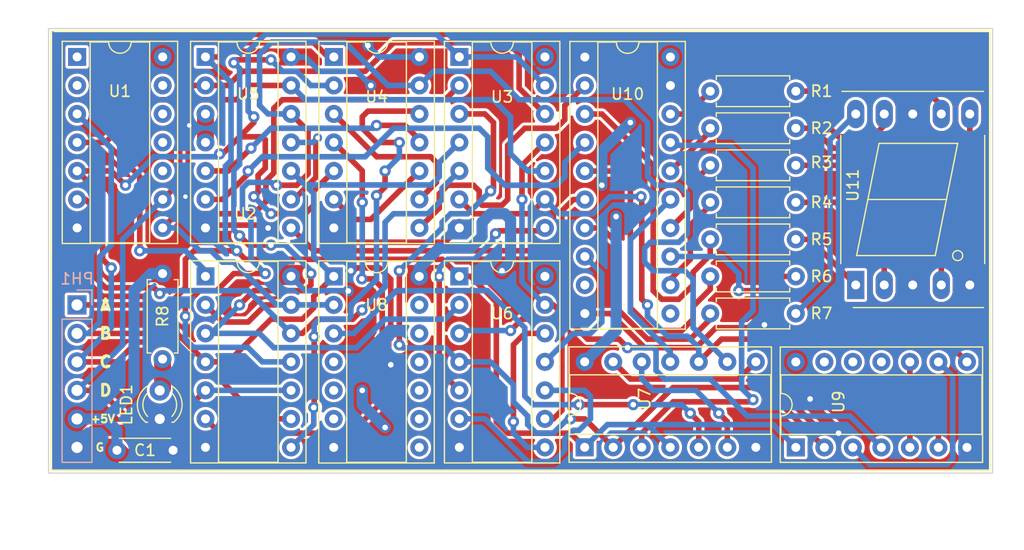
<source format=kicad_pcb>
(kicad_pcb (version 20211014) (generator pcbnew)
  (layers (0 "F.Cu" signal) (31 "B.Cu" signal) (34 "B.Paste" user) (35 "F.Paste" user) (36 "B.SilkS" user "B.Silkscreen") (37 "F.SilkS" user "F.Silkscreen") (38 "B.Mask" user) (39 "F.Mask" user) (44 "Edge.Cuts" user))
  (net 0 "")
  (net 1 "/A")
  (net 2 "/B")
  (net 3 "/C")
  (net 4 "/D")
  (net 5 "Net-(R1-Pad1)")
  (net 6 "Net-(R1-Pad2)")
  (net 7 "Net-(R2-Pad1)")
  (net 8 "Net-(R2-Pad2)")
  (net 9 "Net-(R3-Pad1)")
  (net 10 "Net-(R3-Pad2)")
  (net 11 "Net-(R4-Pad1)")
  (net 12 "Net-(R4-Pad2)")
  (net 13 "Net-(R5-Pad1)")
  (net 14 "Net-(R5-Pad2)")
  (net 15 "Net-(R6-Pad1)")
  (net 16 "Net-(R6-Pad2)")
  (net 17 "Net-(R7-Pad1)")
  (net 18 "Net-(R7-Pad2)")
  (net 21 "/~{B}")
  (net 22 "/~{C}")
  (net 23 "GND")
  (net 24 "/~{D}")
  (net 29 "+5V")
  (net 30 "/~{B}+~{D}")
  (net 31 "/B+D")
  (net 32 "/C+D")
  (net 33 "/~{C}+~{D}")
  (net 34 "/C+~{D}")
  (net 35 "/B+~{C}")
  (net 36 "/B+~{C}+D")
  (net 37 "/C+~{B}")
  (net 38 "Net-(U4-Pad3)")
  (net 39 "Net-(U4-Pad10)")
  (net 40 "Net-(U10-Pad2)")
  (net 41 "Net-(U4-Pad11)")
  (net 42 "Net-(U5-Pad3)")
  (net 43 "Net-(U10-Pad4)")
  (net 44 "Net-(U10-Pad6)")
  (net 45 "Net-(U5-Pad11)")
  (net 46 "Net-(U6-Pad3)")
  (net 47 "Net-(U6-Pad10)")
  (net 48 "Net-(U6-Pad12)")
  (net 49 "Net-(U10-Pad8)")
  (net 50 "Net-(U10-Pad17)")
  (net 51 "/B+~{D}")
  (net 52 "Net-(U7-Pad12)")
  (net 53 "Net-(U7-Pad13)")
  (net 54 "Net-(U10-Pad15)")
  (net 64 "Net-(U10-Pad13)")
  (net 67 "Net-(LED1-Pad2)")
  (net 71 "Net-(U9-Pad10)")
  (net 72 "Net-(U9-Pad3)")
  (footprint "Resistor_THT:R_Axial_DIN0207_L6.3mm_D2.5mm_P7.62mm_Horizontal" (layer "F.Cu") (at 156.21 104.648)
    (fp_text reference "R2")
    (fp_text value "470Ω")
  )
  (footprint "Package_DIP:DIP-14_W7.62mm_Socket" (layer "F.Cu") (at 111.262 117.851)
    (fp_text reference "U2")
    (fp_text value "74LS08")
  )
  (footprint "Package_DIP:DIP-14_W7.62mm_Socket" (layer "F.Cu") (at 122.682 117.856)
    (fp_text reference "U8")
    (fp_text value "74LS08")
  )
  (footprint "Resistor_THT:R_Axial_DIN0207_L6.3mm_D2.5mm_P7.62mm_Horizontal" (layer "F.Cu") (at 107.442 117.602 -90)
    (fp_text reference "R8")
    (fp_text value "1kΩ")
  )
  (footprint "Resistor_THT:R_Axial_DIN0207_L6.3mm_D2.5mm_P7.62mm_Horizontal" (layer "F.Cu") (at 156.21 121.158)
    (fp_text reference "R7")
    (fp_text value "470Ω")
  )
  (footprint "Resistor_THT:R_Axial_DIN0207_L6.3mm_D2.5mm_P7.62mm_Horizontal" (layer "F.Cu") (at 156.21 114.554)
    (fp_text reference "R5")
    (fp_text value "470Ω")
  )
  (footprint "Display_7Segment:7SegmentLED_LTS6760_LTS6780" (layer "F.Cu") (at 169.164 118.618 90)
    (fp_text reference "U11")
    (fp_text value "LTS-6980HR")
  )
  (footprint "Resistor_THT:R_Axial_DIN0207_L6.3mm_D2.5mm_P7.62mm_Horizontal" (layer "F.Cu") (at 156.21 117.856)
    (fp_text reference "R6")
    (fp_text value "470Ω")
  )
  (footprint "Package_DIP:DIP-14_W7.62mm_Socket" (layer "F.Cu") (at 163.83 133.096 90)
    (fp_text reference "U9")
    (fp_text value "74LS32")
  )
  (footprint "Package_DIP:DIP-14_W7.62mm_Socket" (layer "F.Cu") (at 99.832 98.293)
    (fp_text reference "U1")
    (fp_text value "74LS14")
  )
  (footprint "Package_DIP:DIP-14_W7.62mm_Socket" (layer "F.Cu") (at 145.029 133.086 90)
    (fp_text reference "U7")
    (fp_text value "74LS32")
  )
  (footprint "Package_DIP:DIP-14_W7.62mm_Socket" (layer "F.Cu") (at 133.868 98.293)
    (fp_text reference "U3")
    (fp_text value "74LS08")
  )
  (footprint "Package_DIP:DIP-14_W7.62mm_Socket" (layer "F.Cu") (at 122.692 98.293)
    (fp_text reference "U4")
    (fp_text value "74LS32")
  )
  (footprint "LED_THT:LED_D3.0mm" (layer "F.Cu") (at 107.188 130.561 90)
    (fp_text reference "LED1")
    (fp_text value "LED")
  )
  (footprint "Resistor_THT:R_Axial_DIN0207_L6.3mm_D2.5mm_P7.62mm_Horizontal" (layer "F.Cu") (at 156.21 111.252)
    (fp_text reference "R4")
    (fp_text value "470Ω")
  )
  (footprint "Package_DIP:DIP-20_W7.62mm_Socket" (layer "F.Cu") (at 145.044 98.303)
    (fp_text reference "U10")
    (fp_text value "74AHC244")
  )
  (footprint "Package_DIP:DIP-14_W7.62mm_Socket" (layer "F.Cu") (at 111.262 98.293)
    (fp_text reference "U5")
    (fp_text value "74LS32")
  )
  (footprint "Package_DIP:DIP-14_W7.62mm_Socket" (layer "F.Cu") (at 133.868 117.851)
    (fp_text reference "U6")
    (fp_text value "74LS32")
  )
  (footprint "Capacitor_THT:C_Disc_D4.3mm_W1.9mm_P5.00mm" (layer "F.Cu") (at 103.378 133.35)
    (fp_text reference "C1")
    (fp_text value "100nF")
  )
  (footprint "Resistor_THT:R_Axial_DIN0207_L6.3mm_D2.5mm_P7.62mm_Horizontal" (layer "F.Cu") (at 156.21 101.346)
    (fp_text reference "R1")
    (fp_text value "470Ω")
  )
  (footprint "Resistor_THT:R_Axial_DIN0207_L6.3mm_D2.5mm_P7.62mm_Horizontal" (layer "F.Cu") (at 156.21 107.95)
    (fp_text reference "R3")
    (fp_text value "470Ω")
  )
  (footprint "Connector_PinHeader_2.54mm:PinHeader_1x06_P2.54mm_Vertical" (layer "B.Cu") (at 99.822 120.396 180)
    (fp_text reference "PH1")
    (fp_text value "IN")
  )
  (gr_line (start 97.536 135.128) (end 97.536 96.012) (layer "F.SilkS") (width 0.15))
  (gr_line (start 181.102 135.128) (end 97.536 135.128) (layer "F.SilkS") (width 0.15))
  (gr_line (start 181.102 96.012) (end 181.102 135.128) (layer "F.SilkS") (width 0.15))
  (gr_line (start 97.79 96.012) (end 181.102 96.012) (layer "F.SilkS") (width 0.15))
  (gr_line (start 181.356 95.758) (end 97.282 95.758) (layer "Edge.Cuts") (width 0.1))
  (gr_line (start 97.282 95.758) (end 97.282 135.382) (layer "Edge.Cuts") (width 0.1))
  (gr_line (start 181.356 135.382) (end 181.356 100.076) (layer "Edge.Cuts") (width 0.1))
  (gr_line (start 97.282 135.382) (end 181.356 135.382) (layer "Edge.Cuts") (width 0.1))
  (gr_line (start 181.356 100.076) (end 181.356 95.758) (layer "Edge.Cuts") (width 0.1))
  (gr_text "+5V" (at 102.108 130.556) (layer "F.SilkS") (effects (font (size 0.7 0.7) (thickness 0.175))))
  (gr_text "B" (at 102.362 122.936) (layer "F.SilkS") (effects (font (size 1 1) (thickness 0.25))))
  (gr_text "D" (at 102.362 128.016) (layer "F.SilkS") (effects (font (size 1 1) (thickness 0.25))))
  (gr_text "A" (at 102.362 120.396) (layer "F.SilkS") (effects (font (size 1 1) (thickness 0.25))))
  (gr_text "C" (at 102.362 125.476) (layer "F.SilkS") (effects (font (size 1 1) (thickness 0.25))))
  (gr_text "G" (at 101.854 133.096) (layer "F.SilkS") (effects (font (size 0.7 0.7) (thickness 0.175))))
  (segment (start 109.474 116.332) (end 110.236 115.57) (width 0.5) (layer "F.Cu") (net 1))
  (segment (start 138.176 131.826) (end 137.16 130.81) (width 0.5) (layer "F.Cu") (net 1))
  (segment (start 122.169 98.293) (end 120.904 97.028) (width 0.5) (layer "F.Cu") (net 1))
  (segment (start 110.236 115.57) (end 113.538 115.57) (width 0.5) (layer "F.Cu") (net 1))
  (segment (start 133.868 117.851) (end 132.349 116.332) (width 0.5) (layer "F.Cu") (net 1))
  (segment (start 113.782 97.028) (end 112.517 98.293) (width 0.5) (layer "F.Cu") (net 1))
  (segment (start 109.474 118.872) (end 109.474 116.332) (width 0.5) (layer "F.Cu") (net 1))
  (segment (start 137.16 120.142) (end 134.869 117.851) (width 0.5) (layer "F.Cu") (net 1))
  (segment (start 107.95 120.396) (end 109.474 118.872) (width 0.5) (layer "F.Cu") (net 1))
  (segment (start 114.808 116.332) (end 114.046 115.57) (width 0.5) (layer "F.Cu") (net 1))
  (segment (start 99.822 120.396) (end 107.95 120.396) (width 0.5) (layer "F.Cu") (net 1))
  (segment (start 120.904 97.028) (end 113.782 97.028) (width 0.5) (layer "F.Cu") (net 1))
  (segment (start 137.16 130.81) (end 137.16 120.142) (width 0.5) (layer "F.Cu") (net 1))
  (segment (start 143.769 131.826) (end 138.176 131.826) (width 0.5) (layer "F.Cu") (net 1))
  (segment (start 114.046 115.57) (end 113.538 115.57) (width 0.5) (layer "F.Cu") (net 1))
  (segment (start 132.349 116.332) (end 114.808 116.332) (width 0.5) (layer "F.Cu") (net 1))
  (segment (start 122.692 98.293) (end 122.169 98.293) (width 0.5) (layer "F.Cu") (net 1))
  (segment (start 112.517 98.293) (end 111.262 98.293) (width 0.5) (layer "F.Cu") (net 1))
  (segment (start 145.029 133.086) (end 143.769 131.826) (width 0.5) (layer "F.Cu") (net 1))
  (segment (start 134.869 117.851) (end 133.868 117.851) (width 0.5) (layer "F.Cu") (net 1))
  (via (at 114.046 115.57) (size 1) (drill 0.5) (layers "F.Cu" "B.Cu") (net 1))
  (segment (start 145.029 133.086) (end 147.051 131.064) (width 0.5) (layer "B.Cu") (net 1))
  (segment (start 113.03 108.031876) (end 113.538 107.523876) (width 0.5) (layer "B.Cu") (net 1))
  (segment (start 114.046 115.57) (end 113.03 114.554) (width 0.5) (layer "B.Cu") (net 1))
  (segment (start 150.627 131.064) (end 152.649 133.086) (width 0.5) (layer "B.Cu") (net 1))
  (segment (start 113.538 107.523876) (end 113.538 100.569) (width 0.5) (layer "B.Cu") (net 1))
  (segment (start 147.051 131.064) (end 150.627 131.064) (width 0.5) (layer "B.Cu") (net 1))
  (segment (start 150.627 131.064) (end 161.798 131.064) (width 0.5) (layer "B.Cu") (net 1))
  (segment (start 113.538 100.569) (end 111.262 98.293) (width 0.5) (layer "B.Cu") (net 1))
  (segment (start 161.798 131.064) (end 163.83 133.096) (width 0.5) (layer "B.Cu") (net 1))
  (segment (start 113.03 114.554) (end 113.03 108.031876) (width 0.5) (layer "B.Cu") (net 1))
  (segment (start 108.727 122.936) (end 111.262 125.471) (width 0.5) (layer "F.Cu") (net 2))
  (segment (start 120.904 120.65) (end 120.904 119.634) (width 0.5) (layer "F.Cu") (net 2))
  (segment (start 119.888 121.666) (end 120.904 120.65) (width 0.5) (layer "F.Cu") (net 2))
  (segment (start 99.822 122.936) (end 108.727 122.936) (width 0.5) (layer "F.Cu") (net 2))
  (segment (start 117.094 121.666) (end 119.888 121.666) (width 0.5) (layer "F.Cu") (net 2))
  (segment (start 120.904 119.634) (end 122.682 117.856) (width 0.5) (layer "F.Cu") (net 2))
  (segment (start 111.262 125.471) (end 113.289 125.471) (width 0.5) (layer "F.Cu") (net 2))
  (segment (start 113.289 125.471) (end 117.094 121.666) (width 0.5) (layer "F.Cu") (net 2))
  (segment (start 132.08 107.701) (end 133.868 105.913) (width 0.5) (layer "B.Cu") (net 2))
  (segment (start 120.904 110.475) (end 118.882 108.453) (width 0.5) (layer "B.Cu") (net 2))
  (segment (start 132.08 108.966) (end 132.08 107.701) (width 0.5) (layer "B.Cu") (net 2))
  (segment (start 101.854 116.078) (end 102.87 115.062) (width 0.5) (layer "B.Cu") (net 2))
  (segment (start 122.682 117.856) (end 120.904 116.078) (width 0.5) (layer "B.Cu") (net 2))
  (segment (start 102.87 106.411) (end 99.832 103.373) (width 0.5) (layer "B.Cu") (net 2))
  (segment (start 101.854 121.92) (end 101.854 116.078) (width 0.5) (layer "B.Cu") (net 2))
  (segment (start 131.343 109.703) (end 132.08 108.966) (width 0.5) (layer "B.Cu") (net 2))
  (segment (start 120.904 116.078) (end 120.904 110.475) (width 0.5) (layer "B.Cu") (net 2))
  (segment (start 100.838 122.936) (end 101.854 121.92) (width 0.5) (layer "B.Cu") (net 2))
  (segment (start 99.822 122.936) (end 100.838 122.936) (width 0.5) (layer "B.Cu") (net 2))
  (segment (start 102.87 115.062) (end 102.87 106.411) (width 0.5) (layer "B.Cu") (net 2))
  (segment (start 120.132 109.703) (end 131.343 109.703) (width 0.5) (layer "B.Cu") (net 2))
  (segment (start 118.882 108.453) (end 120.132 109.703) (width 0.5) (layer "B.Cu") (net 2))
  (segment (start 99.822 125.476) (end 103.378 125.476) (width 0.5) (layer "F.Cu") (net 3))
  (segment (start 116.073 130.551) (end 118.882 130.551) (width 0.5) (layer "F.Cu") (net 3))
  (segment (start 110.236 126.746) (end 112.268 126.746) (width 0.5) (layer "F.Cu") (net 3))
  (segment (start 117.094 112.268) (end 120.142 112.268) (width 0.5) (layer "F.Cu") (net 3))
  (segment (start 102.865 108.453) (end 104.14 109.728) (width 0.5) (layer "F.Cu") (net 3))
  (segment (start 115.57 104.14) (end 114.3 105.41) (width 0.5) (layer "F.Cu") (net 3))
  (segment (start 102.87 117.094) (end 102.108 116.332) (width 0.5) (layer "F.Cu") (net 3))
  (segment (start 120.142 112.268) (end 120.904 111.506) (width 0.5) (layer "F.Cu") (net 3))
  (segment (start 105.156 123.698) (end 108.204 123.698) (width 0.5) (layer "F.Cu") (net 3))
  (segment (start 120.904 111.506) (end 120.904 110.241) (width 0.5) (layer "F.Cu") (net 3))
  (segment (start 108.204 123.698) (end 109.474 124.968) (width 0.5) (layer "F.Cu") (net 3))
  (segment (start 102.108 110.729) (end 99.832 108.453) (width 0.5) (layer "F.Cu") (net 3))
  (segment (start 112.268 126.746) (end 116.073 130.551) (width 0.5) (layer "F.Cu") (net 3))
  (segment (start 99.832 108.453) (end 102.865 108.453) (width 0.5) (layer "F.Cu") (net 3))
  (segment (start 114.3 105.41) (end 112.776 106.934) (width 0.5) (layer "F.Cu") (net 3))
  (segment (start 109.474 124.968) (end 109.474 125.984) (width 0.5) (layer "F.Cu") (net 3))
  (segment (start 116.332 105.41) (end 114.3 105.41) (width 0.5) (layer "F.Cu") (net 3))
  (segment (start 103.378 125.476) (end 105.156 123.698) (width 0.5) (layer "F.Cu") (net 3))
  (segment (start 112.776 106.934) (end 112.522 106.934) (width 0.5) (layer "F.Cu") (net 3))
  (segment (start 115.57 110.744) (end 115.9455 110.3685) (width 0.5) (layer "F.Cu") (net 3))
  (segment (start 120.904 110.241) (end 122.692 108.453) (width 0.5) (layer "F.Cu") (net 3))
  (segment (start 115.9455 110.3685) (end 115.9455 108.8445) (width 0.5) (layer "F.Cu") (net 3))
  (segment (start 115.57 103.632) (end 115.57 104.14) (width 0.5) (layer "F.Cu") (net 3))
  (segment (start 102.108 116.332) (end 102.108 110.729) (width 0.5) (layer "F.Cu") (net 3))
  (segment (start 116.586 108.204) (end 116.586 105.664) (width 0.5) (layer "F.Cu") (net 3))
  (segment (start 116.586 105.664) (end 116.332 105.41) (width 0.5) (layer "F.Cu") (net 3))
  (segment (start 115.9455 108.8445) (end 116.586 108.204) (width 0.5) (layer "F.Cu") (net 3))
  (segment (start 109.474 125.984) (end 110.236 126.746) (width 0.5) (layer "F.Cu") (net 3))
  (via (at 115.57 110.744) (size 1) (drill 0.5) (layers "F.Cu" "B.Cu") (net 3))
  (via (at 117.094 112.268) (size 1) (drill 0.5) (layers "F.Cu" "B.Cu") (net 3))
  (via (at 102.87 117.094) (size 1) (drill 0.5) (layers "F.Cu" "B.Cu") (net 3))
  (via (at 115.57 103.632) (size 1) (drill 0.5) (layers "F.Cu" "B.Cu") (net 3))
  (via (at 104.14 109.728) (size 1) (drill 0.5) (layers "F.Cu" "B.Cu") (net 3))
  (via (at 112.522 106.934) (size 1) (drill 0.5) (layers "F.Cu" "B.Cu") (net 3))
  (segment (start 115.57 103.632) (end 115.062 103.124) (width 0.5) (layer "B.Cu") (net 3))
  (segment (start 133.868 98.293) (end 138.948 98.293) (width 0.5) (layer "B.Cu") (net 3))
  (segment (start 115.57 110.744) (end 117.094 112.268) (width 0.5) (layer "B.Cu") (net 3))
  (segment (start 112.522 106.934) (end 112.268 107.188) (width 0.5) (layer "B.Cu") (net 3))
  (segment (start 102.87 122.428) (end 99.822 125.476) (width 0.5) (layer "B.Cu") (net 3))
  (segment (start 102.87 117.094) (end 102.87 122.428) (width 0.5) (layer "B.Cu") (net 3))
  (segment (start 116.586 96.266) (end 131.841 96.266) (width 0.5) (layer "B.Cu") (net 3))
  (segment (start 106.68 107.188) (end 104.14 109.728) (width 0.5) (layer "B.Cu") (net 3))
  (segment (start 138.948 98.293) (end 141.488 100.833) (width 0.5) (layer "B.Cu") (net 3))
  (segment (start 131.841 96.266) (end 133.868 98.293) (width 0.5) (layer "B.Cu") (net 3))
  (segment (start 112.268 107.188) (end 106.68 107.188) (width 0.5) (layer "B.Cu") (net 3))
  (segment (start 115.062 97.79) (end 116.586 96.266) (width 0.5) (layer "B.Cu") (net 3))
  (segment (start 115.062 103.124) (end 115.062 97.79) (width 0.5) (layer "B.Cu") (net 3))
  (segment (start 108.966 109.479) (end 108.966 103.378) (width 0.5) (layer "F.Cu") (net 4))
  (segment (start 107.452 110.993) (end 108.966 109.479) (width 0.5) (layer "F.Cu") (net 4))
  (segment (start 110.236 102.108) (end 114.046 102.108) (width 0.5) (layer "F.Cu") (net 4))
  (segment (start 108.966 103.378) (end 110.236 102.108) (width 0.5) (layer "F.Cu") (net 4))
  (segment (start 108.966 130.307) (end 111.262 128.011) (width 0.5) (layer "F.Cu") (net 4))
  (segment (start 108.204 132.08) (end 108.966 131.318) (width 0.5) (layer "F.Cu") (net 4))
  (segment (start 101.854 128.016) (end 105.918 132.08) (width 0.5) (layer "F.Cu") (net 4))
  (segment (start 115.321 100.833) (end 118.882 100.833) (width 0.5) (layer "F.Cu") (net 4))
  (segment (start 99.822 128.016) (end 101.854 128.016) (width 0.5) (layer "F.Cu") (net 4))
  (segment (start 105.918 132.08) (end 108.204 132.08) (width 0.5) (layer "F.Cu") (net 4))
  (segment (start 108.966 131.318) (end 108.966 130.307) (width 0.5) (layer "F.Cu") (net 4))
  (segment (start 114.046 102.108) (end 115.321 100.833) (width 0.5) (layer "F.Cu") (net 4))
  (segment (start 118.882 100.833) (end 120.132 102.083) (width 0.5) (layer "B.Cu") (net 4))
  (segment (start 111.262 128.011) (end 118.882 128.011) (width 0.5) (layer "B.Cu") (net 4))
  (segment (start 136.906 102.108) (end 138.43 103.632) (width 0.5) (layer "B.Cu") (net 4))
  (segment (start 104.394 114.046) (end 104.399 114.046) (width 0.5) (layer "B.Cu") (net 4))
  (segment (start 103.886 123.952) (end 103.886 114.554) (width 0.5) (layer "B.Cu") (net 4))
  (segment (start 138.43 103.632) (end 138.43 106.934) (width 0.5) (layer "B.Cu") (net 4))
  (segment (start 138.43 106.934) (end 139.949 108.453) (width 0.5) (layer "B.Cu") (net 4))
  (segment (start 104.399 114.046) (end 107.452 110.993) (width 0.5) (layer "B.Cu") (net 4))
  (segment (start 99.822 128.016) (end 103.886 123.952) (width 0.5) (layer "B.Cu") (net 4))
  (segment (start 127.508 102.108) (end 136.906 102.108) (width 0.5) (layer "B.Cu") (net 4))
  (segment (start 127.483 102.083) (end 127.508 102.108) (width 0.5) (layer "B.Cu") (net 4))
  (segment (start 103.886 114.554) (end 104.394 114.046) (width 0.5) (layer "B.Cu") (net 4))
  (segment (start 120.132 102.083) (end 127.483 102.083) (width 0.5) (layer "B.Cu") (net 4))
  (segment (start 139.949 108.453) (end 141.488 108.453) (width 0.5) (layer "B.Cu") (net 4))
  (segment (start 154.173 103.383) (end 156.21 101.346) (width 0.5) (layer "F.Cu") (net 5))
  (segment (start 152.664 103.383) (end 154.173 103.383) (width 0.5) (layer "F.Cu") (net 5))
  (segment (start 163.83 101.346) (end 175.514 101.346) (width 0.5) (layer "F.Cu") (net 6))
  (segment (start 175.514 101.346) (end 176.784 102.616) (width 0.5) (layer "F.Cu") (net 6))
  (segment (start 176.784 102.616) (end 176.784 103.378) (width 0.5) (layer "F.Cu") (net 6))
  (segment (start 152.664 108.463) (end 156.21 104.917) (width 0.5) (layer "F.Cu") (net 7))
  (segment (start 156.21 104.917) (end 156.21 104.648) (width 0.5) (layer "F.Cu") (net 7))
  (segment (start 179.324 105.664) (end 179.324 103.378) (width 0.5) (layer "F.Cu") (net 8))
  (segment (start 163.83 104.648) (end 165.354 104.648) (width 0.5) (layer "F.Cu") (net 8))
  (segment (start 167.132 106.426) (end 178.562 106.426) (width 0.5) (layer "F.Cu") (net 8))
  (segment (start 165.354 104.648) (end 167.132 106.426) (width 0.5) (layer "F.Cu") (net 8))
  (segment (start 178.562 106.426) (end 179.324 105.664) (width 0.5) (layer "F.Cu") (net 8))
  (segment (start 152.664 113.543) (end 154.432 111.775) (width 0.5) (layer "F.Cu") (net 9))
  (segment (start 154.432 109.728) (end 156.21 107.95) (width 0.5) (layer "F.Cu") (net 9))
  (segment (start 154.432 111.775) (end 154.432 109.728) (width 0.5) (layer "F.Cu") (net 9))
  (segment (start 168.656 107.95) (end 176.784 116.078) (width 0.5) (layer "F.Cu") (net 10))
  (segment (start 176.784 116.078) (end 176.784 118.618) (width 0.5) (layer "F.Cu") (net 10))
  (segment (start 163.83 107.95) (end 168.656 107.95) (width 0.5) (layer "F.Cu") (net 10))
  (segment (start 154.432 113.284) (end 156.21 111.506) (width 0.5) (layer "F.Cu") (net 11))
  (segment (start 152.664 118.623) (end 152.664 118.1) (width 0.5) (layer "F.Cu") (net 11))
  (segment (start 156.21 111.506) (end 156.21 111.252) (width 0.5) (layer "F.Cu") (net 11))
  (segment (start 152.664 118.1) (end 154.432 116.332) (width 0.5) (layer "F.Cu") (net 11))
  (segment (start 154.432 116.332) (end 154.432 113.284) (width 0.5) (layer "F.Cu") (net 11))
  (segment (start 171.704 115.57) (end 171.704 118.618) (width 0.5) (layer "F.Cu") (net 12))
  (segment (start 167.386 111.252) (end 171.704 115.57) (width 0.5) (layer "F.Cu") (net 12))
  (segment (start 163.83 111.252) (end 167.386 111.252) (width 0.5) (layer "F.Cu") (net 12))
  (segment (start 153.416 119.888) (end 154.686 118.618) (width 0.5) (layer "F.Cu") (net 13))
  (segment (start 151.13 107.95) (end 151.13 119.126) (width 0.5) (layer "F.Cu") (net 13))
  (segment (start 154.686 117.475) (end 156.21 115.951) (width 0.5) (layer "F.Cu") (net 13))
  (segment (start 154.686 118.618) (end 154.686 117.475) (width 0.5) (layer "F.Cu") (net 13))
  (segment (start 145.044 103.383) (end 146.563 103.383) (width 0.5) (layer "F.Cu") (net 13))
  (segment (start 146.563 103.383) (end 151.13 107.95) (width 0.5) (layer "F.Cu") (net 13))
  (segment (start 151.892 119.888) (end 153.416 119.888) (width 0.5) (layer "F.Cu") (net 13))
  (segment (start 151.13 119.126) (end 151.892 119.888) (width 0.5) (layer "F.Cu") (net 13))
  (segment (start 156.21 115.951) (end 156.21 114.554) (width 0.5) (layer "F.Cu") (net 13))
  (segment (start 163.83 114.554) (end 165.1 114.554) (width 0.5) (layer "F.Cu") (net 14))
  (segment (start 165.1 114.554) (end 169.164 118.618) (width 0.5) (layer "F.Cu") (net 14))
  (segment (start 148.087 108.463) (end 149.098 109.474) (width 0.5) (layer "F.Cu") (net 15))
  (segment (start 151.13 122.682) (end 153.67 122.682) (width 0.5) (layer "F.Cu") (net 15))
  (segment (start 149.098 120.65) (end 151.13 122.682) (width 0.5) (layer "F.Cu") (net 15))
  (segment (start 154.686 121.666) (end 154.686 120.523) (width 0.5) (layer "F.Cu") (net 15))
  (segment (start 153.67 122.682) (end 154.686 121.666) (width 0.5) (layer "F.Cu") (net 15))
  (segment (start 156.21 118.999) (end 156.21 117.856) (width 0.5) (layer "F.Cu") (net 15))
  (segment (start 145.044 108.463) (end 148.087 108.463) (width 0.5) (layer "F.Cu") (net 15))
  (segment (start 149.098 109.474) (end 149.098 120.65) (width 0.5) (layer "F.Cu") (net 15))
  (segment (start 154.686 120.523) (end 156.21 118.999) (width 0.5) (layer "F.Cu") (net 15))
  (segment (start 162.56 103.124) (end 165.354 103.124) (width 0.5) (layer "F.Cu") (net 16))
  (segment (start 170.688 105.41) (end 171.704 104.394) (width 0.5) (layer "F.Cu") (net 16))
  (segment (start 161.544 104.14) (end 162.56 103.124) (width 0.5) (layer "F.Cu") (net 16))
  (segment (start 171.704 104.394) (end 171.704 103.378) (width 0.5) (layer "F.Cu") (net 16))
  (segment (start 161.544 116.84) (end 161.544 104.14) (width 0.5) (layer "F.Cu") (net 16))
  (segment (start 167.64 105.41) (end 170.688 105.41) (width 0.5) (layer "F.Cu") (net 16))
  (segment (start 162.56 117.856) (end 161.544 116.84) (width 0.5) (layer "F.Cu") (net 16))
  (segment (start 163.83 117.856) (end 162.56 117.856) (width 0.5) (layer "F.Cu") (net 16))
  (segment (start 165.354 103.124) (end 167.64 105.41) (width 0.5) (layer "F.Cu") (net 16))
  (segment (start 154.432 123.444) (end 156.21 121.666) (width 0.5) (layer "F.Cu") (net 17))
  (segment (start 148.082 120.904) (end 150.622 123.444) (width 0.5) (layer "F.Cu") (net 17))
  (segment (start 146.563 113.543) (end 148.082 115.062) (width 0.5) (layer "F.Cu") (net 17))
  (segment (start 145.044 113.543) (end 146.563 113.543) (width 0.5) (layer "F.Cu") (net 17))
  (segment (start 156.21 121.666) (end 156.21 121.158) (width 0.5) (layer "F.Cu") (net 17))
  (segment (start 148.082 115.062) (end 148.082 120.904) (width 0.5) (layer "F.Cu") (net 17))
  (segment (start 150.622 123.444) (end 154.432 123.444) (width 0.5) (layer "F.Cu") (net 17))
  (segment (start 166.878 105.664) (end 169.164 103.378) (width 0.5) (layer "B.Cu") (net 18))
  (segment (start 166.878 118.11) (end 166.878 105.664) (width 0.5) (layer "B.Cu") (net 18))
  (segment (start 163.83 121.158) (end 166.878 118.11) (width 0.5) (layer "B.Cu") (net 18))
  (segment (start 139.192 98.044) (end 139.192 101.077) (width 0.5) (layer "F.Cu") (net 21))
  (segment (start 128.016 97.028) (end 138.176 97.028) (width 0.5) (layer "F.Cu") (net 21))
  (segment (start 108.712 102.108) (end 109.987 100.833) (width 0.5) (layer "F.Cu") (net 21))
  (segment (start 111.262 100.833) (end 113.289 100.833) (width 0.5) (layer "F.Cu") (net 21))
  (segment (start 99.832 105.913) (end 102.367 105.913) (width 0.5) (layer "F.Cu") (net 21))
  (segment (start 109.987 100.833) (end 111.262 100.833) (width 0.5) (layer "F.Cu") (net 21))
  (segment (start 139.192 101.077) (end 141.488 103.373) (width 0.5) (layer "F.Cu") (net 21))
  (segment (start 114.554 99.568) (end 125.476 99.568) (width 0.5) (layer "F.Cu") (net 21))
  (segment (start 106.172 102.108) (end 108.712 102.108) (width 0.5) (layer "F.Cu") (net 21))
  (segment (start 105.41 115.57) (end 105.41 108.956) (width 0.5) (layer "F.Cu") (net 21))
  (segment (start 102.367 105.913) (end 106.172 102.108) (width 0.5) (layer "F.Cu") (net 21))
  (segment (start 138.176 97.028) (end 139.192 98.044) (width 0.5) (layer "F.Cu") (net 21))
  (segment (start 113.289 100.833) (end 114.554 99.568) (width 0.5) (layer "F.Cu") (net 21))
  (segment (start 105.41 108.956) (end 102.367 105.913) (width 0.5) (layer "F.Cu") (net 21))
  (segment (start 125.476 99.568) (end 128.016 97.028) (width 0.5) (layer "F.Cu") (net 21))
  (via (at 105.41 115.57) (size 1) (drill 0.5) (layers "F.Cu" "B.Cu") (net 21))
  (segment (start 111.262 117.851) (end 111.262 117.358) (width 0.5) (layer "B.Cu") (net 21))
  (segment (start 111.262 117.358) (end 109.728 115.824) (width 0.5) (layer "B.Cu") (net 21))
  (segment (start 109.474 115.57) (end 105.41 115.57) (width 0.5) (layer "B.Cu") (net 21))
  (segment (start 109.728 115.824) (end 109.474 115.57) (width 0.5) (layer "B.Cu") (net 21))
  (segment (start 125.2038 120.849402) (end 124.387202 121.666) (width 0.5) (layer "F.Cu") (net 22))
  (segment (start 107.188 119.38) (end 106.68 118.872) (width 0.5) (layer "F.Cu") (net 22))
  (segment (start 124.387202 121.666) (end 121.158 121.666) (width 0.5) (layer "F.Cu") (net 22))
  (segment (start 106.68 118.872) (end 102.362 118.872) (width 0.5) (layer "F.Cu") (net 22))
  (segment (start 121.158 121.666) (end 119.893 122.931) (width 0.5) (layer "F.Cu") (net 22))
  (segment (start 100.579 110.993) (end 99.832 110.993) (width 0.5) (layer "F.Cu") (net 22))
  (segment (start 101.346 117.856) (end 101.346 111.76) (width 0.5) (layer "F.Cu") (net 22))
  (segment (start 101.346 111.76) (end 100.579 110.993) (width 0.5) (layer "F.Cu") (net 22))
  (segment (start 102.362 118.872) (end 101.346 117.856) (width 0.5) (layer "F.Cu") (net 22))
  (segment (start 119.893 122.931) (end 118.882 122.931) (width 0.5) (layer "F.Cu") (net 22))
  (via (at 125.2038 120.849402) (size 1) (drill 0.5) (layers "F.Cu" "B.Cu") (net 22))
  (via (at 107.188 119.38) (size 1) (drill 0.5) (layers "F.Cu" "B.Cu") (net 22))
  (segment (start 127.254 118.799202) (end 127.254 113.03) (width 0.5) (layer "B.Cu") (net 22))
  (segment (start 131.064 112.268) (end 132.334 110.998) (width 0.5) (layer "B.Cu") (net 22))
  (segment (start 132.334 109.987) (end 133.868 108.453) (width 0.5) (layer "B.Cu") (net 22))
  (segment (start 115.077 119.126) (end 118.882 122.931) (width 0.5) (layer "B.Cu") (net 22))
  (segment (start 128.016 112.268) (end 131.064 112.268) (width 0.5) (layer "B.Cu") (net 22))
  (segment (start 107.442 119.126) (end 115.077 119.126) (width 0.5) (layer "B.Cu") (net 22))
  (segment (start 127.254 113.03) (end 128.016 112.268) (width 0.5) (layer "B.Cu") (net 22))
  (segment (start 125.2038 120.849402) (end 127.254 118.799202) (width 0.5) (layer "B.Cu") (net 22))
  (segment (start 107.188 119.38) (end 107.442 119.126) (width 0.5) (layer "B.Cu") (net 22))
  (segment (start 132.334 110.998) (end 132.334 109.987) (width 0.5) (layer "B.Cu") (net 22))
  (segment (start 109.474 110.49) (end 109.728 110.236) (width 0.5) (layer "F.Cu") (net 23))
  (segment (start 165.1 128.778) (end 165.1 129.286) (width 1) (layer "F.Cu") (net 23))
  (segment (start 124.206 117.348) (end 124.46 117.348) (width 0.5) (layer "F.Cu") (net 23))
  (segment (start 116.84 113.538) (end 116.586 113.284) (width 0.5) (layer "F.Cu") (net 23))
  (segment (start 124.714 117.094) (end 126.746 117.094) (width 0.5) (layer "F.Cu") (net 23))
  (segment (start 133.868 113.533) (end 132.593 114.808) (width 0.5) (layer "F.Cu") (net 23))
  (segment (start 109.728 110.236) (end 109.728 106.426) (width 0.5) (layer "F.Cu") (net 23))
  (segment (start 99.822 133.096) (end 101.346 131.572) (width 1) (layer "F.Cu") (net 23))
  (segment (start 126.746 117.094) (end 127.762 118.11) (width 0.5) (layer "F.Cu") (net 23))
  (segment (start 109.474 110.744) (end 109.474 110.49) (width 0.5) (layer "F.Cu") (net 23))
  (segment (start 124.46 117.348) (end 124.714 117.094) (width 0.5) (layer "F.Cu") (net 23))
  (segment (start 127.574 123.558497) (end 127.574 125.542) (width 0.5) (layer "F.Cu") (net 23))
  (segment (start 101.346 131.572) (end 103.812497 131.572) (width 1) (layer "F.Cu") (net 23))
  (segment (start 180.594 131.572) (end 180.594 122.174) (width 1) (layer "F.Cu") (net 23))
  (segment (start 156.21 122.936) (end 156.718 122.428) (width 0.5) (layer "F.Cu") (net 23))
  (segment (start 160.02 122.174) (end 161.036 122.174) (width 0.5) (layer "F.Cu") (net 23))
  (segment (start 145.044 121.163) (end 147.325 121.163) (width 0.5) (layer "F.Cu") (net 23))
  (segment (start 150.368 124.206) (end 150.876 124.206) (width 0.5) (layer "F.Cu") (net 23))
  (segment (start 150.876 124.206) (end 154.94 124.206) (width 0.5) (layer "F.Cu") (net 23))
  (segment (start 127.574 125.542) (end 127.762 125.73) (width 0.5) (layer "F.Cu") (net 23))
  (segment (start 105.590498 133.35) (end 108.378 133.35) (width 1) (layer "F.Cu") (net 23))
  (segment (start 154.94 124.206) (end 156.21 122.936) (width 0.5) (layer "F.Cu") (net 23))
  (segment (start 174.244 120.904) (end 175.514 122.174) (width 1) (layer "F.Cu") (net 23))
  (segment (start 103.812497 131.572) (end 105.590498 133.35) (width 1) (layer "F.Cu") (net 23))
  (segment (start 165.1 129.286) (end 167.64 131.826) (width 1) (layer "F.Cu") (net 23))
  (segment (start 123.967 114.808) (end 122.692 113.533) (width 0.5) (layer "F.Cu") (net 23))
  (segment (start 159.766 122.428) (end 160.02 122.174) (width 0.5) (layer "F.Cu") (net 23))
  (segment (start 109.728 104.4815) (end 109.8155 104.394) (width 0.5) (layer "F.Cu") (net 23))
  (segment (start 116.586 113.284) (end 111.511 113.284) (width 0.5) (layer "F.Cu") (net 23))
  (segment (start 109.728 106.426) (end 109.728 104.4815) (width 0.5) (layer "F.Cu") (net 23))
  (segment (start 149.352 123.19) (end 150.368 124.206) (width 0.5) (layer "F.Cu") (net 23))
  (segment (start 180.594 122.174) (end 180.594 119.888) (width 1) (layer "F.Cu") (net 23))
  (segment (start 179.07 133.096) (end 180.594 131.572) (width 1) (layer "F.Cu") (net 23))
  (segment (start 132.593 114.808) (end 123.967 114.808) (width 0.5) (layer "F.Cu") (net 23))
  (segment (start 175.514 122.174) (end 180.594 122.174) (width 1) (layer "F.Cu") (net 23))
  (segment (start 127.762 123.370497) (end 127.574 123.558497) (width 0.5) (layer "F.Cu") (net 23))
  (segment (start 180.594 119.888) (end 179.324 118.618) (width 1) (layer "F.Cu") (net 23))
  (segment (start 147.325 121.163) (end 149.352 123.19) (width 0.5) (layer "F.Cu") (net 23))
  (segment (start 174.244 118.618) (end 174.244 120.904) (width 1) (layer "F.Cu") (net 23))
  (segment (start 127.762 118.11) (end 127.762 123.370497) (width 0.5) (layer "F.Cu") (net 23))
  (segment (start 156.718 122.428) (end 159.766 122.428) (width 0.5) (layer "F.Cu") (net 23))
  (segment (start 111.511 113.284) (end 111.262 113.533) (width 0.5) (layer "F.Cu") (net 23))
  (via (at 167.64 131.826) (size 1) (drill 0.5) (layers "F.Cu" "B.Cu") (net 23))
  (via (at 165.1 128.778) (size 1) (drill 0.5) (layers "F.Cu" "B.Cu") (net 23))
  (via (at 161.036 122.174) (size 1) (drill 0.5) (layers "F.Cu" "B.Cu") (net 23))
  (via (at 124.206 117.348) (size 1) (drill 0.5) (layers "F.Cu" "B.Cu") (net 23))
  (via (at 109.474 110.744) (size 0.8) (drill 0.4) (layers "F.Cu" "B.Cu") (net 23))
  (via (at 109.8155 104.394) (size 0.8) (drill 0.4) (layers "F.Cu" "B.Cu") (net 23))
  (via (at 116.84 113.538) (size 1) (drill 0.5) (layers "F.Cu" "B.Cu") (net 23))
  (via (at 127.762 125.73) (size 1) (drill 0.5) (layers "F.Cu" "B.Cu") (net 23))
  (segment (start 107.188 132.16) (end 108.378 133.35) (width 1) (layer "B.Cu") (net 23))
  (segment (start 107.188 130.561) (end 107.188 132.16) (width 1) (layer "B.Cu") (net 23))
  (segment (start 150.373 100.843) (end 152.664 100.843) (width 1) (layer "B.Cu") (net 23))
  (segment (start 99.832 113.533) (end 99.827 113.533) (width 1) (layer "B.Cu") (net 23))
  (segment (start 145.044 98.303) (end 147.833 98.303) (width 1) (layer "B.Cu") (net 23))
  (segment (start 98.044 115.316) (end 98.044 131.318) (width 1) (layer "B.Cu") (net 23))
  (segment (start 174.244 100.33) (end 172.212 98.298) (width 1) (layer "B.Cu") (net 23))
  (segment (start 111.262 113.533) (end 109.474 111.745) (width 0.5) (layer "B.Cu") (net 23))
  (segment (start 174.244 103.378) (end 174.244 100.33) (width 1) (layer "B.Cu") (net 23))
  (segment (start 174.244 118.618) (end 174.244 103.378) (width 1) (layer "B.Cu") (net 23))
  (segment (start 98.044 131.318) (end 99.822 133.096) (width 1) (layer "B.Cu") (net 23))
  (segment (start 109.474 111.745) (end 109.474 110.744) (width 0.5) (layer "B.Cu") (net 23))
  (segment (start 99.827 113.533) (end 98.044 115.316) (width 1) (layer "B.Cu") (net 23))
  (segment (start 111.003 133.35) (end 111.262 133.091) (width 1) (layer "B.Cu") (net 23))
  (segment (start 147.833 98.303) (end 150.373 100.843) (width 1) (layer "B.Cu") (net 23))
  (segment (start 172.212 98.298) (end 155.209 98.298) (width 1) (layer "B.Cu") (net 23))
  (segment (start 155.209 98.298) (end 152.664 100.843) (width 1) (layer "B.Cu") (net 23))
  (segment (start 108.378 133.35) (end 111.003 133.35) (width 1) (layer "B.Cu") (net 23))
  (segment (start 115.57 112.268) (end 116.6455 111.1925) (width 0.5) (layer "F.Cu") (net 24))
  (segment (start 115.062 121.92) (end 116.586 120.396) (width 0.5) (layer "F.Cu") (net 24))
  (segment (start 117.348 102.87) (end 118.11 102.108) (width 0.5) (layer "F.Cu") (net 24))
  (segment (start 116.6455 109.333997) (end 117.348 108.631497) (width 0.5) (layer "F.Cu") (net 24))
  (segment (start 108.717 112.268) (end 115.57 112.268) (width 0.5) (layer "F.Cu") (net 24))
  (segment (start 132.593 102.108) (end 133.868 100.833) (width 0.5) (layer "F.Cu") (net 24))
  (segment (start 111.262 120.391) (end 112.791 121.92) (width 0.5) (layer "F.Cu") (net 24))
  (segment (start 116.586 120.396) (end 118.877 120.396) (width 0.5) (layer "F.Cu") (net 24))
  (segment (start 107.452 113.533) (end 108.717 112.268) (width 0.5) (layer "F.Cu") (net 24))
  (segment (start 112.791 121.92) (end 115.062 121.92) (width 0.5) (layer "F.Cu") (net 24))
  (segment (start 117.348 108.631497) (end 117.348 102.87) (width 0.5) (layer "F.Cu") (net 24))
  (segment (start 118.11 102.108) (end 132.593 102.108) (width 0.5) (layer "F.Cu") (net 24))
  (segment (start 116.6455 111.1925) (end 116.6455 109.333997) (width 0.5) (layer "F.Cu") (net 24))
  (segment (start 118.877 120.396) (end 118.882 120.391) (width 0.5) (layer "F.Cu") (net 24))
  (segment (start 112.776 116.586) (end 111.76 115.57) (width 0.5) (layer "B.Cu") (net 24))
  (segment (start 118.882 120.391) (end 122.677 120.391) (width 0.5) (layer "B.Cu") (net 24))
  (segment (start 118.882 120.391) (end 117.597 120.391) (width 0.5) (layer "B.Cu") (net 24))
  (segment (start 117.597 120.391) (end 113.792 116.586) (width 0.5) (layer "B.Cu") (net 24))
  (segment (start 108.707 113.533) (end 107.452 113.533) (width 0.5) (layer "B.Cu") (net 24))
  (segment (start 113.792 116.586) (end 112.776 116.586) (width 0.5) (layer "B.Cu") (net 24))
  (segment (start 110.744 115.57) (end 108.707 113.533) (width 0.5) (layer "B.Cu") (net 24))
  (segment (start 122.677 120.391) (end 122.682 120.396) (width 0.5) (layer "B.Cu") (net 24))
  (segment (start 111.76 115.57) (end 110.744 115.57) (width 0.5) (layer "B.Cu") (net 24))
  (segment (start 123.976622 119.150622) (end 124.206 119.38) (width 0.5) (layer "F.Cu") (net 29))
  (segment (start 125.476 119.38) (end 125.984 119.888) (width 0.5) (layer "F.Cu") (net 29))
  (segment (start 147.828 112.522) (end 147.828 110.998) (width 1) (layer "F.Cu") (net 29))
  (segment (start 125.476 123.444) (end 125.222 123.698) (width 0.5) (layer "F.Cu") (net 29))
  (segment (start 147.828 110.998) (end 146.558 109.728) (width 1) (layer "F.Cu") (net 29))
  (segment (start 126.238 120.142) (end 126.238 122.682) (width 0.5) (layer "F.Cu") (net 29))
  (segment (start 125.984 119.888) (end 126.238 120.142) (width 0.5) (layer "F.Cu") (net 29))
  (segment (start 124.206 119.38) (end 124.968 119.38) (width 0.5) (layer "F.Cu") (net 29))
  (segment (start 124.968 119.38) (end 125.476 119.38) (width 0.5) (layer "F.Cu") (net 29))
  (segment (start 125.222 123.698) (end 125.222 128.016) (width 0.5) (layer "F.Cu") (net 29))
  (segment (start 126.238 122.682) (end 125.476 123.444) (width 0.5) (layer "F.Cu") (net 29))
  (via (at 137.668 117.348) (size 1) (drill 0.5) (layers "F.Cu" "B.Cu") (net 29))
  (via (at 127.254 131.318) (size 1) (drill 0.5) (layers "F.Cu" "B.Cu") (net 29))
  (via (at 125.984 100.838) (size 1) (drill 0.5) (layers "F.Cu" "B.Cu") (net 29))
  (via (at 123.976622 119.150622) (size 1) (drill 0.5) (layers "F.Cu" "B.Cu") (net 29))
  (via (at 125.73 97.282) (size 1) (drill 0.5) (layers "F.Cu" "B.Cu") (net 29))
  (via (at 147.828 112.522) (size 1) (drill 0.5) (layers "F.Cu" "B.Cu") (net 29))
  (via (at 146.558 109.728) (size 1) (drill 0.5) (layers "F.Cu" "B.Cu") (net 29))
  (via (at 149.098 104.14) (size 1) (drill 0.5) (layers "F.Cu" "B.Cu") (net 29))
  (via (at 125.222 128.016) (size 1) (drill 0.5) (layers "F.Cu" "B.Cu") (net 29))
  (segment (start 121.666 119.126) (end 123.952 119.126) (width 0.5) (layer "B.Cu") (net 29))
  (segment (start 126.741 98.293) (end 125.73 97.282) (width 0.5) (layer "B.Cu") (net 29))
  (segment (start 131.826 115.57) (end 132.08 115.316) (width 1) (layer "B.Cu") (net 29))
  (segment (start 135.89 113.03) (end 136.652 112.268) (width 1) (layer "B.Cu") (net 29))
  (segment (start 147.574 105.664) (end 149.098 104.14) (width 1) (layer "B.Cu") (net 29))
  (segment (start 132.08 115.316) (end 133.604 115.316) (width 1) (layer "B.Cu") (net 29))
  (segment (start 130.312 98.293) (end 126.741 98.293) (width 0.5) (layer "B.Cu") (net 29))
  (segment (start 102.362 130.556) (end 104.902 128.016) (width 1) (layer "B.Cu") (net 29))
  (segment (start 120.137 98.293) (end 121.412 99.568) (width 0.5) (layer "B.Cu") (net 29))
  (segment (start 145.029 125.466) (end 145.044 125.466) (width 1) (layer "B.Cu") (net 29))
  (segment (start 118.882 117.866) (end 119.634 118.618) (width 0.5) (layer "B.Cu") (net 29))
  (segment (start 120.142 119.126) (end 121.666 119.126) (width 0.5) (layer "B.Cu") (net 29))
  (segment (start 125.222 128.016) (end 125.222 129.286) (width 1) (layer "B.Cu") (net 29))
  (segment (start 135.89 113.284) (end 135.89 113.03) (width 1) (layer "B.Cu") (net 29))
  (segment (start 133.604 115.316) (end 134.874 115.316) (width 1) (layer "B.Cu") (net 29))
  (segment (start 118.882 117.851) (end 118.882 117.866) (width 0.5) (layer "B.Cu") (net 29))
  (segment (start 103.378 133.35) (end 103.378 131.572) (width 1) (layer "B.Cu") (net 29))
  (segment (start 124.714 99.568) (end 125.984 100.838) (width 0.5) (layer "B.Cu") (net 29))
  (segment (start 138.43 116.586) (end 137.668 117.348) (width 1) (layer "B.Cu") (net 29))
  (segment (start 136.652 112.268) (end 137.922 112.268) (width 1) (layer "B.Cu") (net 29))
  (segment (start 130.302 117.094) (end 131.826 115.57) (width 1) (layer "B.Cu") (net 29))
  (segment (start 125.222 129.286) (end 127.254 131.318) (width 1) (layer "B.Cu") (net 29))
  (segment (start 147.828 122.682) (end 147.828 112.522) (width 1) (layer "B.Cu") (net 29))
  (segment (start 146.558 106.68) (end 147.574 105.664) (width 1) (layer "B.Cu") (net 29))
  (segment (start 130.302 117.856) (end 130.302 117.094) (width 1) (layer "B.Cu") (net 29))
  (segment (start 134.874 115.316) (end 135.89 114.3) (width 1) (layer "B.Cu") (net 29))
  (segment (start 106.426 117.602) (end 107.442 117.602) (width 1) (layer "B.Cu") (net 29))
  (segment (start 145.044 125.466) (end 147.828 122.682) (width 1) (layer "B.Cu") (net 29))
  (segment (start 121.412 99.568) (end 124.46 99.568) (width 0.5) (layer "B.Cu") (net 29))
  (segment (start 135.89 114.3) (end 135.89 113.284) (width 1) (layer "B.Cu") (net 29))
  (segment (start 102.362 130.556) (end 99.822 130.556) (width 1) (layer "B.Cu") (net 29))
  (segment (start 104.902 119.126) (end 106.426 117.602) (width 1) (layer "B.Cu") (net 29))
  (segment (start 124.46 99.568) (end 124.714 99.568) (width 0.5) (layer "B.Cu") (net 29))
  (segment (start 123.952 119.126) (end 123.976622 119.150622) (width 0.5) (layer "B.Cu") (net 29))
  (segment (start 103.378 131.572) (end 102.362 130.556) (width 1) (layer "B.Cu") (net 29))
  (segment (start 119.634 118.618) (end 120.142 119.126) (width 0.5) (layer "B.Cu") (net 29))
  (segment (start 104.902 128.016) (end 104.902 119.126) (width 1) (layer "B.Cu") (net 29))
  (segment (start 146.558 109.728) (end 146.558 106.68) (width 1) (layer "B.Cu") (net 29))
  (segment (start 118.882 98.293) (end 120.137 98.293) (width 0.5) (layer "B.Cu") (net 29))
  (segment (start 138.43 112.776) (end 138.43 116.586) (width 1) (layer "B.Cu") (net 29))
  (segment (start 137.922 112.268) (end 138.43 112.776) (width 1) (layer "B.Cu") (net 29))
  (segment (start 120.142 119.126) (end 120.65 118.618) (width 0.5) (layer "F.Cu") (net 30))
  (segment (start 115.57 119.126) (end 116.332 119.126) (width 0.5) (layer "F.Cu") (net 30))
  (segment (start 114.046 98.552) (end 113.792 98.806) (width 0.5) (layer "F.Cu") (net 30))
  (segment (start 120.65 118.618) (end 120.65 117.602) (width 0.5) (layer "F.Cu") (net 30))
  (segment (start 117.094 98.552) (end 114.046 98.552) (width 0.5) (layer "F.Cu") (net 30))
  (segment (start 114.3 120.396) (end 115.57 119.126) (width 0.5) (layer "F.Cu") (net 30))
  (segment (start 115.1285 115.062) (end 117.094 115.062) (width 0.5) (layer "F.Cu") (net 30))
  (segment (start 114.3 114.2335) (end 115.1285 115.062) (width 0.5) (layer "F.Cu") (net 30))
  (segment (start 116.332 119.126) (end 120.142 119.126) (width 0.5) (layer "F.Cu") (net 30))
  (via (at 113.792 98.806) (size 1) (drill 0.5) (layers "F.Cu" "B.Cu") (net 30))
  (via (at 117.094 98.552) (size 1) (drill 0.5) (layers "F.Cu" "B.Cu") (net 30))
  (via (at 114.3 120.396) (size 1) (drill 0.5) (layers "F.Cu" "B.Cu") (net 30))
  (via (at 117.094 115.062) (size 1) (drill 0.5) (layers "F.Cu" "B.Cu") (net 30))
  (via (at 120.65 117.602) (size 1) (drill 0.5) (layers "F.Cu" "B.Cu") (net 30))
  (via (at 114.3 114.2335) (size 1) (drill 0.5) (layers "F.Cu" "B.Cu") (net 30))
  (segment (start 120.65 117.348) (end 119.888 116.586) (width 0.5) (layer "B.Cu") (net 30))
  (segment (start 113.792 108.384497) (end 114.3 107.876497) (width 0.5) (layer "B.Cu") (net 30))
  (segment (start 124.714 124.206) (end 127.254 121.666) (width 0.5) (layer "B.Cu") (net 30))
  (segment (start 120.65 117.602) (end 120.65 117.348) (width 0.5) (layer "B.Cu") (net 30))
  (segment (start 116.073 122.931) (end 117.348 124.206) (width 0.5) (layer "B.Cu") (net 30))
  (segment (start 118.364 115.062) (end 117.094 115.062) (width 0.5) (layer "B.Cu") (net 30))
  (segment (start 119.888 116.586) (end 118.364 115.062) (width 0.5) (layer "B.Cu") (net 30))
  (segment (start 122.687 100.838) (end 120.65 100.838) (width 0.5) (layer "B.Cu") (net 30))
  (segment (start 118.11 99.568) (end 117.094 98.552) (width 0.5) (layer "B.Cu") (net 30))
  (segment (start 122.692 100.833) (end 122.687 100.838) (width 0.5) (layer "B.Cu") (net 30))
  (segment (start 111.262 122.931) (end 116.073 122.931) (width 0.5) (layer "B.Cu") (net 30))
  (segment (start 111.262 122.931) (end 111.765 122.931) (width 0.5) (layer "B.Cu") (net 30))
  (segment (start 120.132 100.32) (end 120.132 100.315233) (width 0.5) (layer "B.Cu") (net 30))
  (segment (start 114.3 114.2335) (end 113.792 113.7255) (width 0.5) (layer "B.Cu") (net 30))
  (segment (start 119.384767 99.568) (end 118.11 99.568) (width 0.5) (layer "B.Cu") (net 30))
  (segment (start 120.65 100.838) (end 120.132 100.32) (width 0.5) (layer "B.Cu") (net 30))
  (segment (start 111.765 122.931) (end 114.3 120.396) (width 0.5) (layer "B.Cu") (net 30))
  (segment (start 120.132 100.315233) (end 119.384767 99.568) (width 0.5) (layer "B.Cu") (net 30))
  (segment (start 113.792 113.7255) (end 113.792 108.384497) (width 0.5) (layer "B.Cu") (net 30))
  (segment (start 132.593 121.666) (end 133.868 120.391) (width 0.5) (layer "B.Cu") (net 30))
  (segment (start 114.3 107.876497) (end 114.3 99.314) (width 0.5) (layer "B.Cu") (net 30))
  (segment (start 114.3 99.314) (end 113.792 98.806) (width 0.5) (layer "B.Cu") (net 30))
  (segment (start 117.348 124.206) (end 124.714 124.206) (width 0.5) (layer "B.Cu") (net 30))
  (segment (start 127.254 121.666) (end 132.593 121.666) (width 0.5) (layer "B.Cu") (net 30))
  (segment (start 126.812 123.330547) (end 126.812 129.22) (width 0.5) (layer "F.Cu") (net 31))
  (segment (start 127 118.872) (end 127 123.142547) (width 0.5) (layer "F.Cu") (net 31))
  (segment (start 125.185602 118.073602) (end 126.201602 118.073602) (width 0.5) (layer "F.Cu") (net 31))
  (segment (start 126.201602 118.073602) (end 127 118.872) (width 0.5) (layer "F.Cu") (net 31))
  (segment (start 125.222 111.252) (end 125.222 108.443) (width 0.5) (layer "F.Cu") (net 31))
  (segment (start 125.222 108.443) (end 122.692 105.913) (width 0.5) (layer "F.Cu") (net 31))
  (segment (start 126.812 129.22) (end 124.206 131.826) (width 0.5) (layer "F.Cu") (net 31))
  (segment (start 127 123.142547) (end 126.812 123.330547) (width 0.5) (layer "F.Cu") (net 31))
  (segment (start 124.206 131.826) (end 112.537 131.826) (width 0.5) (layer "F.Cu") (net 31))
  (segment (start 112.537 131.826) (end 111.262 130.551) (width 0.5) (layer "F.Cu") (net 31))
  (via (at 125.222 111.252) (size 1) (drill 0.5) (layers "F.Cu" "B.Cu") (net 31))
  (via (at 125.185602 118.073602) (size 1) (drill 0.5) (layers "F.Cu" "B.Cu") (net 31))
  (segment (start 125.222 118.037204) (end 125.222 111.252) (width 0.5) (layer "B.Cu") (net 31))
  (segment (start 125.185602 118.073602) (end 125.222 118.037204) (width 0.5) (layer "B.Cu") (net 31))
  (segment (start 130.312 103.373) (end 130.063 103.124) (width 0.5) (layer "F.Cu") (net 32))
  (segment (start 125.222 104.648) (end 126.492 105.918) (width 0.5) (layer "F.Cu") (net 32))
  (segment (start 127.254 108.458) (end 127.254 109.8905) (width 0.5) (layer "F.Cu") (net 32))
  (segment (start 120.940398 123.226398) (end 120.940398 129.503602) (width 0.5) (layer "F.Cu") (net 32))
  (segment (start 120.940398 129.503602) (end 120.904 129.54) (width 0.5) (layer "F.Cu") (net 32))
  (segment (start 125.73 103.124) (end 125.222 103.632) (width 0.5) (layer "F.Cu") (net 32))
  (segment (start 125.222 103.632) (end 125.222 104.648) (width 0.5) (layer "F.Cu") (net 32))
  (segment (start 127.254 109.8905) (end 126.492 110.6525) (width 0.5) (layer "F.Cu") (net 32))
  (segment (start 126.492 105.918) (end 128.524 105.918) (width 0.5) (layer "F.Cu") (net 32))
  (segment (start 130.063 103.124) (end 125.73 103.124) (width 0.5) (layer "F.Cu") (net 32))
  (via (at 128.524 105.918) (size 1) (drill 0.5) (layers "F.Cu" "B.Cu") (net 32))
  (via (at 120.904 129.54) (size 1) (drill 0.5) (layers "F.Cu" "B.Cu") (net 32))
  (via (at 120.940398 123.226398) (size 1) (drill 0.5) (layers "F.Cu" "B.Cu") (net 32))
  (via (at 126.492 110.6525) (size 1) (drill 0.5) (layers "F.Cu" "B.Cu") (net 32))
  (via (at 127.254 108.458) (size 1) (drill 0.5) (layers "F.Cu" "B.Cu") (net 32))
  (segment (start 120.904 129.54) (end 120.904 131.069) (width 0.5) (layer "B.Cu") (net 32))
  (segment (start 126.492 110.6525) (end 126.492 118.11) (width 0.5) (layer "B.Cu") (net 32))
  (segment (start 124.206 120.396) (end 124.206 121.412) (width 0.5) (layer "B.Cu") (net 32))
  (segment (start 123.952 121.666) (end 121.412 121.666) (width 0.5) (layer "B.Cu") (net 32))
  (segment (start 124.206 121.412) (end 123.952 121.666) (width 0.5) (layer "B.Cu") (net 32))
  (segment (start 128.524 107.188) (end 127.254 108.458) (width 0.5) (layer "B.Cu") (net 32))
  (segment (start 120.904 131.069) (end 118.882 133.091) (width 0.5) (layer "B.Cu") (net 32))
  (segment (start 120.940398 122.137602) (end 120.940398 123.226398) (width 0.5) (layer "B.Cu") (net 32))
  (segment (start 121.412 121.666) (end 120.940398 122.137602) (width 0.5) (layer "B.Cu") (net 32))
  (segment (start 126.492 118.11) (end 124.206 120.396) (width 0.5) (layer "B.Cu") (net 32))
  (segment (start 128.524 105.918) (end 128.524 107.188) (width 0.5) (layer "B.Cu") (net 32))
  (segment (start 120.396 104.887) (end 118.882 103.373) (width 0.5) (layer "F.Cu") (net 33))
  (segment (start 119.38 109.728) (end 120.396 108.712) (width 0.5) (layer "F.Cu") (net 33))
  (segment (start 112.268 119.126) (end 113.792 117.602) (width 0.5) (layer "F.Cu") (net 33))
  (segment (start 120.396 108.712) (end 120.396 104.887) (width 0.5) (layer "F.Cu") (net 33))
  (segment (start 109.474 120.396) (end 110.744 119.126) (width 0.5) (layer "F.Cu") (net 33))
  (segment (start 110.744 119.126) (end 112.268 119.126) (width 0.5) (layer "F.Cu") (net 33))
  (segment (start 109.474 121.412) (end 109.474 120.396) (width 0.5) (layer "F.Cu") (net 33))
  (segment (start 117.595 109.728) (end 119.38 109.728) (width 0.5) (layer "F.Cu") (net 33))
  (segment (start 113.792 117.602) (end 116.586 117.602) (width 0.5) (layer "F.Cu") (net 33))
  (via (at 109.474 121.412) (size 1) (drill 0.5) (layers "F.Cu" "B.Cu") (net 33))
  (via (at 117.595 109.728) (size 1) (drill 0.5) (layers "F.Cu" "B.Cu") (net 33))
  (via (at 116.586 117.602) (size 1) (drill 0.5) (layers "F.Cu" "B.Cu") (net 33))
  (segment (start 150.622 104.14) (end 148.59 102.108) (width 0.5) (layer "B.Cu") (net 33))
  (segment (start 111.506 124.181) (end 110.211 124.181) (width 0.5) (layer "B.Cu") (net 33))
  (segment (start 115.037 124.181) (end 111.506 124.181) (width 0.5) (layer "B.Cu") (net 33))
  (segment (start 153.924 117.348) (end 151.13 117.348) (width 0.5) (layer "B.Cu") (net 33))
  (segment (start 154.178 114.046) (end 154.178 110.49) (width 0.5) (layer "B.Cu") (net 33))
  (segment (start 123.6435 96.966) (end 127.5105 100.833) (width 0.5) (layer "B.Cu") (net 33))
  (segment (start 116.327 125.471) (end 115.062 124.206) (width 0.5) (layer "B.Cu") (net 33))
  (segment (start 117.094 109.474) (end 117.348 109.728) (width 0.5) (layer "B.Cu") (net 33))
  (segment (start 150.622 108.966) (end 150.622 104.14) (width 0.5) (layer "B.Cu") (net 33))
  (segment (start 151.384 109.728) (end 150.622 108.966) (width 0.5) (layer "B.Cu") (net 33))
  (segment (start 136.652 99.568) (end 131.577 99.568) (width 0.5) (layer "B.Cu") (net 33))
  (segment (start 115.062 109.474) (end 117.094 109.474) (width 0.5) (layer "B.Cu") (net 33))
  (segment (start 118.882 125.471) (end 116.327 125.471) (width 0.5) (layer "B.Cu") (net 33))
  (segment (start 153.416 114.808) (end 154.178 114.046) (width 0.5) (layer "B.Cu") (net 33))
  (segment (start 115.316 116.332) (end 115.316 112.776) (width 0.5) (layer "B.Cu") (net 33))
  (segment (start 154.178 110.49) (end 153.416 109.728) (width 0.5) (layer "B.Cu") (net 33))
  (segment (start 153.416 109.728) (end 151.384 109.728) (width 0.5) (layer "B.Cu") (net 33))
  (segment (start 115.062 124.206) (end 115.037 124.181) (width 0.5) (layer "B.Cu") (net 33))
  (segment (start 127.5105 100.833) (end 130.312 100.833) (width 0.5) (layer "B.Cu") (net 33))
  (segment (start 116.835 103.373) (end 116.078 102.616) (width 0.5) (layer "B.Cu") (net 33))
  (segment (start 154.686 118.11) (end 153.924 117.348) (width 0.5) (layer "B.Cu") (net 33))
  (segment (start 148.59 102.108) (end 139.192 102.108) (width 0.5) (layer "B.Cu") (net 33))
  (segment (start 114.554 112.014) (end 114.554 109.982) (width 0.5) (layer "B.Cu") (net 33))
  (segment (start 117.348 109.728) (end 117.595 109.728) (width 0.5) (layer "B.Cu") (net 33))
  (segment (start 115.316 112.776) (end 114.554 112.014) (width 0.5) (layer "B.Cu") (net 33))
  (segment (start 154.686 122.423) (end 154.686 118.11) (width 0.5) (layer "B.Cu") (net 33))
  (segment (start 150.368 116.586) (end 150.368 115.316) (width 0.5) (layer "B.Cu") (net 33))
  (segment (start 151.13 117.348) (end 150.368 116.586) (width 0.5) (layer "B.Cu") (net 33))
  (segment (start 114.554 109.982) (end 115.062 109.474) (width 0.5) (layer "B.Cu") (net 33))
  (segment (start 150.876 114.808) (end 153.416 114.808) (width 0.5) (layer "B.Cu") (net 33))
  (segment (start 116.586 117.602) (end 115.316 116.332) (width 0.5) (layer "B.Cu") (net 33))
  (segment (start 118.882 103.373) (end 116.835 103.373) (width 0.5) (layer "B.Cu") (net 33))
  (segment (start 117.156 96.966) (end 123.6435 96.966) (width 0.5) (layer "B.Cu") (net 33))
  (segment (start 116.078 102.616) (end 116.078 98.044) (width 0.5) (layer "B.Cu") (net 33))
  (segment (start 139.192 102.108) (end 136.652 99.568) (width 0.5) (layer "B.Cu") (net 33))
  (segment (start 109.474 123.444) (end 109.474 121.412) (width 0.5) (layer "B.Cu") (net 33))
  (segment (start 157.729 125.466) (end 154.686 122.423) (width 0.5) (layer "B.Cu") (net 33))
  (segment (start 110.211 124.181) (end 109.474 123.444) (width 0.5) (layer "B.Cu") (net 33))
  (segment (start 131.577 99.568) (end 130.312 100.833) (width 0.5) (layer "B.Cu") (net 33))
  (segment (start 116.078 98.044) (end 117.156 96.966) (width 0.5) (layer "B.Cu") (net 33))
  (segment (start 150.368 115.316) (end 150.876 114.808) (width 0.5) (layer "B.Cu") (net 33))
  (segment (start 143.764 130.556) (end 145.039 130.556) (width 0.5) (layer "F.Cu") (net 34))
  (segment (start 145.039 130.556) (end 147.569 133.086) (width 0.5) (layer "F.Cu") (net 34))
  (segment (start 166.37 133.096) (end 161.036 127.762) (width 0.5) (layer "F.Cu") (net 34))
  (segment (start 136.139 103.373) (end 133.868 103.373) (width 0.5) (layer "F.Cu") (net 34))
  (segment (start 161.036 127.762) (end 152.893 127.762) (width 0.5) (layer "F.Cu") (net 34))
  (segment (start 136.652 110.236) (end 136.906 109.982) (width 0.5) (layer "F.Cu") (net 34))
  (segment (start 128.524 123.952) (end 128.524 117.348) (width 0.5) (layer "F.Cu") (net 34))
  (segment (start 136.906 109.982) (end 136.906 104.14) (width 0.5) (layer "F.Cu") (net 34))
  (segment (start 136.906 104.14) (end 136.139 103.373) (width 0.5) (layer "F.Cu") (net 34))
  (segment (start 152.893 127.762) (end 147.569 133.086) (width 0.5) (layer "F.Cu") (net 34))
  (via (at 128.524 117.348) (size 1) (drill 0.5) (layers "F.Cu" "B.Cu") (net 34))
  (via (at 136.652 110.236) (size 1) (drill 0.5) (layers "F.Cu" "B.Cu") (net 34))
  (via (at 143.764 130.556) (size 1) (drill 0.5) (layers "F.Cu" "B.Cu") (net 34))
  (via (at 128.524 123.952) (size 1) (drill 0.5) (layers "F.Cu" "B.Cu") (net 34))
  (segment (start 139.7 130.048) (end 139.954 130.302) (width 0.5) (layer "B.Cu") (net 34))
  (segment (start 138.684 127.508) (end 138.684 129.032) (width 0.5) (layer "B.Cu") (net 34))
  (segment (start 141.732 131.826) (end 142.24 131.826) (width 0.5) (layer "B.Cu") (net 34))
  (segment (start 132.334 113.03) (end 132.334 113.538) (width 0.5) (layer "B.Cu") (net 34))
  (segment (start 134.62 112.268) (end 133.096 112.268) (width 0.5) (layer "B.Cu") (net 34))
  (segment (start 138.684 129.032) (end 139.7 130.048) (width 0.5) (layer "B.Cu") (net 34))
  (segment (start 128.798 124.226) (end 132.623 124.226) (width 0.5) (layer "B.Cu") (net 34))
  (segment (start 133.868 125.471) (end 136.647 125.471) (width 0.5) (layer "B.Cu") (net 34))
  (segment (start 128.524 123.952) (end 128.798 124.226) (width 0.5) (layer "B.Cu") (net 34))
  (segment (start 132.334 113.538) (end 128.524 117.348) (width 0.5) (layer "B.Cu") (net 34))
  (segment (start 139.954 130.302) (end 139.954 131.064) (width 0.5) (layer "B.Cu") (net 34))
  (segment (start 136.647 125.471) (end 138.176 127) (width 0.5) (layer "B.Cu") (net 34))
  (segment (start 138.176 127) (end 138.684 127.508) (width 0.5) (layer "B.Cu") (net 34))
  (segment (start 143.002 131.064) (end 143.51 130.556) (width 0.5) (layer "B.Cu") (net 34))
  (segment (start 139.954 131.064) (end 140.716 131.826) (width 0.5) (layer "B.Cu") (net 34))
  (segment (start 143.51 130.556) (end 143.764 130.556) (width 0.5) (layer "B.Cu") (net 34))
  (segment (start 140.716 131.826) (end 141.732 131.826) (width 0.5) (layer "B.Cu") (net 34))
  (segment (start 136.652 110.236) (end 134.62 112.268) (width 0.5) (layer "B.Cu") (net 34))
  (segment (start 142.24 131.826) (end 143.002 131.064) (width 0.5) (layer "B.Cu") (net 34))
  (segment (start 133.096 112.268) (end 132.334 113.03) (width 0.5) (layer "B.Cu") (net 34))
  (segment (start 132.623 124.226) (end 133.868 125.471) (width 0.5) (layer "B.Cu") (net 34))
  (segment (start 157.211 123.444) (end 155.189 125.466) (width 0.5) (layer "F.Cu") (net 35))
  (segment (start 171.45 127.254) (end 163.322 127.254) (width 0.5) (layer "F.Cu") (net 35))
  (segment (start 161.036 123.444) (end 157.211 123.444) (width 0.5) (layer "F.Cu") (net 35))
  (segment (start 135.143 112.268) (end 133.868 110.993) (width 0.5) (layer "F.Cu") (net 35))
  (segment (start 163.322 127.254) (end 162.052 125.984) (width 0.5) (layer "F.Cu") (net 35))
  (segment (start 140.213 112.268) (end 135.143 112.268) (width 0.5) (layer "F.Cu") (net 35))
  (segment (start 141.488 110.993) (end 140.213 112.268) (width 0.5) (layer "F.Cu") (net 35))
  (segment (start 173.99 129.794) (end 171.45 127.254) (width 0.5) (layer "F.Cu") (net 35))
  (segment (start 162.052 124.46) (end 161.036 123.444) (width 0.5) (layer "F.Cu") (net 35))
  (segment (start 150.0475 110.744) (end 150.114 110.8105) (width 0.5) (layer "F.Cu") (net 35))
  (segment (start 150.114 119.888) (end 150.622 120.396) (width 0.5) (layer "F.Cu") (net 35))
  (segment (start 162.052 125.984) (end 162.052 124.46) (width 0.5) (layer "F.Cu") (net 35))
  (segment (start 150.114 110.8105) (end 150.114 119.888) (width 0.5) (layer "F.Cu") (net 35))
  (segment (start 173.99 133.096) (end 173.99 129.794) (width 0.5) (layer "F.Cu") (net 35))
  (via (at 150.622 120.396) (size 1) (drill 0.5) (layers "F.Cu" "B.Cu") (net 35))
  (via (at 150.0475 110.744) (size 1) (drill 0.5) (layers "F.Cu" "B.Cu") (net 35))
  (segment (start 155.189 124.201) (end 155.189 125.466) (width 0.5) (layer "B.Cu") (net 35))
  (segment (start 150.622 121.412) (end 152.4 123.19) (width 0.5) (layer "B.Cu") (net 35))
  (segment (start 145.76275 112.268) (end 142.763 112.268) (width 0.5) (layer "B.Cu") (net 35))
  (segment (start 147.28675 110.744) (end 145.76275 112.268) (width 0.5) (layer "B.Cu") (net 35))
  (segment (start 150.0475 110.744) (end 147.28675 110.744) (width 0.5) (layer "B.Cu") (net 35))
  (segment (start 152.4 123.19) (end 154.178 123.19) (width 0.5) (layer "B.Cu") (net 35))
  (segment (start 142.763 112.268) (end 141.488 110.993) (width 0.5) (layer "B.Cu") (net 35))
  (segment (start 150.622 120.396) (end 150.622 121.412) (width 0.5) (layer "B.Cu") (net 35))
  (segment (start 154.178 123.19) (end 155.189 124.201) (width 0.5) (layer "B.Cu") (net 35))
  (segment (start 141.229 113.792) (end 141.488 113.533) (width 0.5) (layer "F.Cu") (net 36))
  (segment (start 132.08 126.238) (end 132.08 117.856) (width 0.5) (layer "F.Cu") (net 36))
  (segment (start 137.3435 113.792) (end 141.229 113.792) (width 0.5) (layer "F.Cu") (net 36))
  (segment (start 137.0895 114.046) (end 137.3435 113.792) (width 0.5) (layer "F.Cu") (net 36))
  (segment (start 133.868 128.011) (end 132.095 126.238) (width 0.5) (layer "F.Cu") (net 36))
  (segment (start 132.095 126.238) (end 132.08 126.238) (width 0.5) (layer "F.Cu") (net 36))
  (via (at 137.0895 114.046) (size 1) (drill 0.5) (layers "F.Cu" "B.Cu") (net 36))
  (via (at 132.08 117.856) (size 1) (drill 0.5) (layers "F.Cu" "B.Cu") (net 36))
  (segment (start 137.0895 114.046) (end 136.84 114.2955) (width 0.5) (layer "B.Cu") (net 36))
  (segment (start 135.201502 116.332) (end 132.842 116.332) (width 0.5) (layer "B.Cu") (net 36))
  (segment (start 132.08 117.094) (end 132.08 117.856) (width 0.5) (layer "B.Cu") (net 36))
  (segment (start 132.842 116.332) (end 132.08 117.094) (width 0.5) (layer "B.Cu") (net 36))
  (segment (start 136.84 114.2955) (end 136.84 114.693502) (width 0.5) (layer "B.Cu") (net 36))
  (segment (start 136.84 114.693502) (end 135.201502 116.332) (width 0.5) (layer "B.Cu") (net 36))
  (segment (start 142.235 120.391) (end 141.488 120.391) (width 0.5) (layer "F.Cu") (net 37))
  (segment (start 139.446 107.955) (end 141.488 105.913) (width 0.5) (layer "F.Cu") (net 37))
  (segment (start 148.844 124.206) (end 148.082 123.444) (width 0.5) (layer "F.Cu") (net 37))
  (segment (start 148.082 123.444) (end 145.288 123.444) (width 0.5) (layer "F.Cu") (net 37))
  (segment (start 139.446 110.998) (end 139.446 107.955) (width 0.5) (layer "F.Cu") (net 37))
  (segment (start 145.288 123.444) (end 142.235 120.391) (width 0.5) (layer "F.Cu") (net 37))
  (via (at 148.844 124.206) (size 1) (drill 0.5) (layers "F.Cu" "B.Cu") (net 37))
  (via (at 139.446 110.998) (size 1) (drill 0.5) (layers "F.Cu" "B.Cu") (net 37))
  (segment (start 151.13 124.206) (end 151.384 124.46) (width 0.5) (layer "B.Cu") (net 37))
  (segment (start 148.844 124.206) (end 151.13 124.206) (width 0.5) (layer "B.Cu") (net 37))
  (segment (start 152.146 127) (end 156.21 127) (width 0.5) (layer "B.Cu") (net 37))
  (segment (start 139.446 110.998) (end 139.446 118.349) (width 0.5) (layer "B.Cu") (net 37))
  (segment (start 139.446 118.349) (end 141.488 120.391) (width 0.5) (layer "B.Cu") (net 37))
  (segment (start 151.384 126.238) (end 152.146 127) (width 0.5) (layer "B.Cu") (net 37))
  (segment (start 156.21 127) (end 159.512 130.302) (width 0.5) (layer "B.Cu") (net 37))
  (segment (start 151.384 124.46) (end 151.384 126.238) (width 0.5) (layer "B.Cu") (net 37))
  (segment (start 168.656 130.302) (end 171.45 133.096) (width 0.5) (layer "B.Cu") (net 37))
  (segment (start 159.512 130.302) (end 168.656 130.302) (width 0.5) (layer "B.Cu") (net 37))
  (segment (start 130.312 110.993) (end 130.312 110.988) (width 0.5) (layer "F.Cu") (net 38))
  (segment (start 131.318 107.188) (end 126.507 107.188) (width 0.5) (layer "F.Cu") (net 38))
  (segment (start 131.826 109.474) (end 131.826 107.696) (width 0.5) (layer "F.Cu") (net 38))
  (segment (start 131.826 107.696) (end 131.318 107.188) (width 0.5) (layer "F.Cu") (net 38))
  (segment (start 126.507 107.188) (end 122.692 103.373) (width 0.5) (layer "F.Cu") (net 38))
  (segment (start 130.312 110.988) (end 131.826 109.474) (width 0.5) (layer "F.Cu") (net 38))
  (segment (start 122.692 110.993) (end 124.475 112.776) (width 0.5) (layer "F.Cu") (net 39))
  (segment (start 125.989 112.776) (end 130.312 108.453) (width 0.5) (layer "F.Cu") (net 39))
  (segment (start 124.475 112.776) (end 125.989 112.776) (width 0.5) (layer "F.Cu") (net 39))
  (segment (start 138.176 106.172) (end 139.7 104.648) (width 0.5) (layer "F.Cu") (net 40))
  (segment (start 130.312 113.533) (end 132.08 111.765) (width 0.5) (layer "F.Cu") (net 40))
  (segment (start 137.668 111.506) (end 138.176 110.998) (width 0.5) (layer "F.Cu") (net 40))
  (segment (start 132.08 110.49) (end 132.842 109.728) (width 0.5) (layer "F.Cu") (net 40))
  (segment (start 135.636 110.236) (end 135.636 111.252) (width 0.5) (layer "F.Cu") (net 40))
  (segment (start 138.176 110.998) (end 138.176 106.172) (width 0.5) (layer "F.Cu") (net 40))
  (segment (start 143.271 102.616) (end 145.044 100.843) (width 0.5) (layer "F.Cu") (net 40))
  (segment (start 135.636 111.252) (end 135.89 111.506) (width 0.5) (layer "F.Cu") (net 40))
  (segment (start 143.256 103.886) (end 143.256 102.616) (width 0.5) (layer "F.Cu") (net 40))
  (segment (start 135.128 109.728) (end 135.636 110.236) (width 0.5) (layer "F.Cu") (net 40))
  (segment (start 139.7 104.648) (end 142.494 104.648) (width 0.5) (layer "F.Cu") (net 40))
  (segment (start 135.89 111.506) (end 137.668 111.506) (width 0.5) (layer "F.Cu") (net 40))
  (segment (start 132.08 111.765) (end 132.08 110.49) (width 0.5) (layer "F.Cu") (net 40))
  (segment (start 142.494 104.648) (end 143.256 103.886) (width 0.5) (layer "F.Cu") (net 40))
  (segment (start 143.256 102.616) (end 143.271 102.616) (width 0.5) (layer "F.Cu") (net 40))
  (segment (start 132.842 109.728) (end 135.128 109.728) (width 0.5) (layer "F.Cu") (net 40))
  (segment (start 126.492 104.394) (end 129.032 104.394) (width 0.5) (layer "F.Cu") (net 41))
  (segment (start 113.289 108.453) (end 115.316 106.426) (width 0.5) (layer "F.Cu") (net 41))
  (segment (start 130.312 105.674) (end 130.312 105.913) (width 0.5) (layer "F.Cu") (net 41))
  (segment (start 129.032 104.394) (end 130.312 105.674) (width 0.5) (layer "F.Cu") (net 41))
  (segment (start 111.262 108.453) (end 113.289 108.453) (width 0.5) (layer "F.Cu") (net 41))
  (via (at 115.316 106.426) (size 1) (drill 0.5) (layers "F.Cu" "B.Cu") (net 41))
  (via (at 126.492 104.394) (size 1) (drill 0.5) (layers "F.Cu" "B.Cu") (net 41))
  (segment (start 126.492 104.394) (end 126.238 104.648) (width 0.5) (layer "B.Cu") (net 41))
  (segment (start 126.238 104.648) (end 117.094 104.648) (width 0.5) (layer "B.Cu") (net 41))
  (segment (start 117.094 104.648) (end 115.316 106.426) (width 0.5) (layer "B.Cu") (net 41))
  (segment (start 111.262 105.913) (end 111.262 103.373) (width 1.5) (layer "F.Cu") (net 42))
  (segment (start 112.781 110.993) (end 111.262 110.993) (width 0.5) (layer "F.Cu") (net 43))
  (segment (start 115.062 108.712) (end 112.781 110.993) (width 0.5) (layer "F.Cu") (net 43))
  (segment (start 115.062 108.458) (end 115.062 108.712) (width 0.5) (layer "F.Cu") (net 43))
  (via (at 115.062 108.458) (size 1) (drill 0.5) (layers "F.Cu" "B.Cu") (net 43))
  (segment (start 136.398 108.204) (end 137.922 109.728) (width 0.5) (layer "B.Cu") (net 43))
  (segment (start 142.494 109.728) (end 143.256 108.966) (width 0.5) (layer "B.Cu") (net 43))
  (segment (start 136.398 105.41) (end 136.398 108.204) (width 0.5) (layer "B.Cu") (net 43))
  (segment (start 143.256 108.966) (end 143.256 107.711) (width 0.5) (layer "B.Cu") (net 43))
  (segment (start 135.636 104.648) (end 136.398 105.41) (width 0.5) (layer "B.Cu") (net 43))
  (segment (start 128.016 104.648) (end 135.636 104.648) (width 0.5) (layer "B.Cu") (net 43))
  (segment (start 143.256 107.711) (end 145.044 105.923) (width 0.5) (layer "B.Cu") (net 43))
  (segment (start 137.922 109.728) (end 142.494 109.728) (width 0.5) (layer "B.Cu") (net 43))
  (segment (start 116.332 107.188) (end 125.476 107.188) (width 0.5) (layer "B.Cu") (net 43))
  (segment (start 125.476 107.188) (end 128.016 104.648) (width 0.5) (layer "B.Cu") (net 43))
  (segment (start 115.062 108.458) (end 116.332 107.188) (width 0.5) (layer "B.Cu") (net 43))
  (segment (start 143.002 115.062) (end 143.002 112.014) (width 0.5) (layer "F.Cu") (net 44))
  (segment (start 118.882 113.533) (end 120.919 115.57) (width 0.5) (layer "F.Cu") (net 44))
  (segment (start 143.002 112.014) (end 144.013 111.003) (width 0.5) (layer "F.Cu") (net 44))
  (segment (start 144.013 111.003) (end 145.044 111.003) (width 0.5) (layer "F.Cu") (net 44))
  (segment (start 120.919 115.57) (end 142.494 115.57) (width 0.5) (layer "F.Cu") (net 44))
  (segment (start 142.494 115.57) (end 143.002 115.062) (width 0.5) (layer "F.Cu") (net 44))
  (segment (start 119.131 110.993) (end 118.882 110.993) (width 0.5) (layer "F.Cu") (net 45))
  (segment (start 121.096 105.647) (end 121.096 109.028) (width 0.5) (layer "F.Cu") (net 45))
  (segment (start 121.096 109.028) (end 119.131 110.993) (width 0.5) (layer "F.Cu") (net 45))
  (segment (start 121.2455 105.4975) (end 121.096 105.647) (width 0.5) (layer "F.Cu") (net 45))
  (via (at 121.2455 105.4975) (size 0.8) (drill 0.4) (layers "F.Cu" "B.Cu") (net 45))
  (segment (start 121.2455 105.4975) (end 120.83 105.913) (width 0.5) (layer "B.Cu") (net 45))
  (segment (start 120.83 105.913) (end 118.882 105.913) (width 0.5) (layer "B.Cu") (net 45))
  (segment (start 142.494 121.666) (end 139.446 121.666) (width 0.5) (layer "F.Cu") (net 46))
  (segment (start 143.002 125.984) (end 143.002 122.174) (width 0.5) (layer "F.Cu") (net 46))
  (segment (start 143.002 122.174) (end 142.494 121.666) (width 0.5) (layer "F.Cu") (net 46))
  (segment (start 142.748 130.048) (end 143.002 129.794) (width 0.5) (layer "F.Cu") (net 46))
  (segment (start 141.488 130.551) (end 142.245 130.551) (width 0.5) (layer "F.Cu") (net 46))
  (segment (start 143.002 129.794) (end 143.002 125.984) (width 0.5) (layer "F.Cu") (net 46))
  (segment (start 142.245 130.551) (end 142.748 130.048) (width 0.5) (layer "F.Cu") (net 46))
  (segment (start 139.446 121.666) (end 138.43 122.682) (width 0.5) (layer "F.Cu") (net 46))
  (via (at 138.43 122.682) (size 1) (drill 0.5) (layers "F.Cu" "B.Cu") (net 46))
  (segment (start 138.43 122.682) (end 134.117 122.682) (width 0.5) (layer "B.Cu") (net 46))
  (segment (start 134.117 122.682) (end 133.868 122.931) (width 0.5) (layer "B.Cu") (net 46))
  (segment (start 139.954 134.366) (end 142.24 134.366) (width 0.5) (layer "B.Cu") (net 47))
  (segment (start 145.542 130.556) (end 145.542 128.524) (width 0.5) (layer "B.Cu") (net 47))
  (segment (start 133.868 130.551) (end 136.139 130.551) (width 0.5) (layer "B.Cu") (net 47))
  (segment (start 145.542 128.524) (end 145.029 128.011) (width 0.5) (layer "B.Cu") (net 47))
  (segment (start 136.139 130.551) (end 139.954 134.366) (width 0.5) (layer "B.Cu") (net 47))
  (segment (start 143.256 132.334) (end 144.018 131.572) (width 0.5) (layer "B.Cu") (net 47))
  (segment (start 144.018 131.572) (end 144.526 131.572) (width 0.5) (layer "B.Cu") (net 47))
  (segment (start 145.029 128.011) (end 141.488 128.011) (width 0.5) (layer "B.Cu") (net 47))
  (segment (start 142.24 134.366) (end 143.256 133.35) (width 0.5) (layer "B.Cu") (net 47))
  (segment (start 144.526 131.572) (end 145.542 130.556) (width 0.5) (layer "B.Cu") (net 47))
  (segment (start 143.256 133.35) (end 143.256 132.334) (width 0.5) (layer "B.Cu") (net 47))
  (segment (start 138.684 130.81) (end 138.684 123.952) (width 0.5) (layer "F.Cu") (net 48))
  (segment (start 139.705 122.931) (end 141.488 122.931) (width 0.5) (layer "F.Cu") (net 48))
  (segment (start 138.684 123.952) (end 139.705 122.931) (width 0.5) (layer "F.Cu") (net 48))
  (via (at 138.684 130.81) (size 1) (drill 0.5) (layers "F.Cu" "B.Cu") (net 48))
  (segment (start 139.949 133.091) (end 141.488 133.091) (width 0.5) (layer "B.Cu") (net 48))
  (segment (start 138.684 131.826) (end 139.949 133.091) (width 0.5) (layer "B.Cu") (net 48))
  (segment (start 138.684 130.81) (end 138.684 131.826) (width 0.5) (layer "B.Cu") (net 48))
  (segment (start 145.542 122.936) (end 146.558 121.92) (width 0.5) (layer "B.Cu") (net 49))
  (segment (start 146.558 117.597) (end 145.044 116.083) (width 0.5) (layer "B.Cu") (net 49))
  (segment (start 144.023 122.936) (end 145.542 122.936) (width 0.5) (layer "B.Cu") (net 49))
  (segment (start 141.488 125.471) (end 144.023 122.936) (width 0.5) (layer "B.Cu") (net 49))
  (segment (start 146.558 121.92) (end 146.558 117.597) (width 0.5) (layer "B.Cu") (net 49))
  (segment (start 152.908 129.032) (end 150.109 131.831) (width 0.5) (layer "F.Cu") (net 50))
  (segment (start 150.109 131.831) (end 150.109 133.086) (width 0.5) (layer "F.Cu") (net 50))
  (segment (start 159.8325 129.032) (end 152.908 129.032) (width 0.5) (layer "F.Cu") (net 50))
  (segment (start 160.02 128.8445) (end 159.8325 129.032) (width 0.5) (layer "F.Cu") (net 50))
  (via (at 160.02 128.8445) (size 1) (drill 0.5) (layers "F.Cu" "B.Cu") (net 50))
  (segment (start 152.913 106.172) (end 152.664 105.923) (width 0.5) (layer "B.Cu") (net 50))
  (segment (start 159.004 127.8285) (end 159.004 121.92) (width 0.5) (layer "B.Cu") (net 50))
  (segment (start 159.004 121.92) (end 160.02 120.904) (width 0.5) (layer "B.Cu") (net 50))
  (segment (start 160.02 128.8445) (end 159.004 127.8285) (width 0.5) (layer "B.Cu") (net 50))
  (segment (start 160.02 120.904) (end 160.02 108.204) (width 0.5) (layer "B.Cu") (net 50))
  (segment (start 160.02 108.204) (end 157.988 106.172) (width 0.5) (layer "B.Cu") (net 50))
  (segment (start 157.988 106.172) (end 152.913 106.172) (width 0.5) (layer "B.Cu") (net 50))
  (segment (start 155.189 130.805) (end 155.189 133.086) (width 0.5) (layer "F.Cu") (net 51))
  (segment (start 144.526 129.286) (end 149.352 129.286) (width 0.5) (layer "F.Cu") (net 51))
  (segment (start 154.432 130.048) (end 155.189 130.805) (width 0.5) (layer "F.Cu") (net 51))
  (via (at 154.432 130.048) (size 1) (drill 0.5) (layers "F.Cu" "B.Cu") (net 51))
  (via (at 144.526 129.286) (size 1) (drill 0.5) (layers "F.Cu" "B.Cu") (net 51))
  (via (at 149.352 129.286) (size 1) (drill 0.5) (layers "F.Cu" "B.Cu") (net 51))
  (segment (start 140.462 129.286) (end 144.526 129.286) (width 0.5) (layer "B.Cu") (net 51))
  (segment (start 136.398 119.126) (end 139.7 122.428) (width 0.5) (layer "B.Cu") (net 51))
  (segment (start 153.67 129.286) (end 149.352 129.286) (width 0.5) (layer "B.Cu") (net 51))
  (segment (start 139.7 128.524) (end 140.462 129.286) (width 0.5) (layer "B.Cu") (net 51))
  (segment (start 154.432 130.048) (end 153.67 129.286) (width 0.5) (layer "B.Cu") (net 51))
  (segment (start 124.46 122.936) (end 128.27 119.126) (width 0.5) (layer "B.Cu") (net 51))
  (segment (start 139.7 122.428) (end 139.7 128.524) (width 0.5) (layer "B.Cu") (net 51))
  (segment (start 122.682 122.936) (end 124.46 122.936) (width 0.5) (layer "B.Cu") (net 51))
  (segment (start 128.27 119.126) (end 136.398 119.126) (width 0.5) (layer "B.Cu") (net 51))
  (segment (start 156.972 130.048) (end 157.729 130.805) (width 0.5) (layer "F.Cu") (net 52))
  (segment (start 157.729 130.805) (end 157.729 133.086) (width 0.5) (layer "F.Cu") (net 52))
  (via (at 156.972 130.048) (size 1) (drill 0.5) (layers "F.Cu" "B.Cu") (net 52))
  (segment (start 150.109 126.995) (end 150.109 125.466) (width 0.5) (layer "B.Cu") (net 52))
  (segment (start 156.972 130.048) (end 154.94 128.016) (width 0.5) (layer "B.Cu") (net 52))
  (segment (start 151.13 128.016) (end 150.109 126.995) (width 0.5) (layer "B.Cu") (net 52))
  (segment (start 154.94 128.016) (end 151.13 128.016) (width 0.5) (layer "B.Cu") (net 52))
  (segment (start 149.103 127) (end 147.569 125.466) (width 0.5) (layer "F.Cu") (net 53))
  (segment (start 158.735 127) (end 149.103 127) (width 0.5) (layer "F.Cu") (net 53))
  (segment (start 160.269 125.466) (end 158.735 127) (width 0.5) (layer "F.Cu") (net 53))
  (segment (start 152.649 124.582) (end 149.098 121.031) (width 0.5) (layer "B.Cu") (net 54))
  (segment (start 149.098 121.031) (end 149.098 114.569) (width 0.5) (layer "B.Cu") (net 54))
  (segment (start 152.649 125.466) (end 152.649 124.582) (width 0.5) (layer "B.Cu") (net 54))
  (segment (start 149.098 114.569) (end 152.664 111.003) (width 0.5) (layer "B.Cu") (net 54))
  (segment (start 162.306 122.682) (end 162.306 120.65) (width 0.5) (layer "F.Cu") (net 64))
  (segment (start 162.306 120.65) (end 160.782 119.126) (width 0.5) (layer "F.Cu") (net 64))
  (segment (start 163.068 123.444) (end 162.306 122.682) (width 0.5) (layer "F.Cu") (net 64))
  (segment (start 179.07 125.476) (end 177.038 123.444) (width 0.5) (layer "F.Cu") (net 64))
  (segment (start 160.782 119.126) (end 158.75 119.126) (width 0.5) (layer "F.Cu") (net 64))
  (segment (start 177.038 123.444) (end 163.068 123.444) (width 0.5) (layer "F.Cu") (net 64))
  (via (at 158.75 119.126) (size 1) (drill 0.5) (layers "F.Cu" "B.Cu") (net 64))
  (segment (start 158.75 117.602) (end 157.231 116.083) (width 0.5) (layer "B.Cu") (net 64))
  (segment (start 157.231 116.083) (end 152.664 116.083) (width 0.5) (layer "B.Cu") (net 64))
  (segment (start 158.75 119.126) (end 158.75 117.602) (width 0.5) (layer "B.Cu") (net 64))
  (segment (start 107.442 127.767) (end 107.188 128.021) (width 1.5) (layer "F.Cu") (net 67))
  (segment (start 107.442 125.222) (end 107.442 127.767) (width 1.5) (layer "F.Cu") (net 67))
  (segment (start 176.53 130.1115) (end 176.53 133.096) (width 0.5) (layer "F.Cu") (net 71))
  (segment (start 173.99 125.476) (end 173.99 127.5715) (width 0.5) (layer "F.Cu") (net 71))
  (segment (start 173.99 127.5715) (end 176.53 130.1115) (width 0.5) (layer "F.Cu") (net 71))
  (segment (start 177.8 134.112) (end 177.8 126.746) (width 0.5) (layer "B.Cu") (net 72))
  (segment (start 177.292 134.62) (end 177.8 134.112) (width 0.5) (layer "B.Cu") (net 72))
  (segment (start 170.434 134.62) (end 177.292 134.62) (width 0.5) (layer "B.Cu") (net 72))
  (segment (start 168.91 133.096) (end 170.434 134.62) (width 0.5) (layer "B.Cu") (net 72))
  (segment (start 177.8 126.746) (end 176.53 125.476) (width 0.5) (layer "B.Cu") (net 72))
  (zone (net 29) (net_name "+5V") (layer "F.Cu") (connect_pads yes (clearance 0.254)) (min_thickness 0.254) (fill yes (thermal_gap 0.508) (thermal_bridge_width 0.508))
    (polygon (pts (xy 183.642 142.24) (xy 93.726 142.24) (xy 93.726 93.726) (xy 184.15 94.234)))
  )
  (zone (net 23) (net_name "GND") (layer "B.Cu") (connect_pads yes (clearance 0.254)) (min_thickness 0.254) (fill yes (thermal_gap 0.508) (thermal_bridge_width 0.508))
    (polygon (pts (xy 182.88 141.732) (xy 92.964 141.732) (xy 92.964 93.218) (xy 183.388 93.726)))
  )
)
</source>
